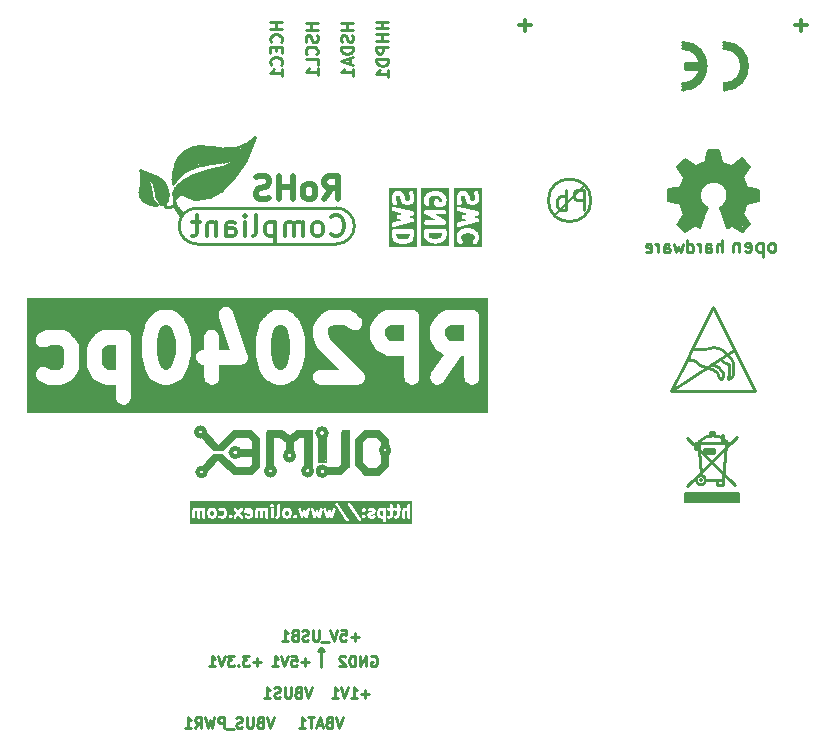
<source format=gbr>
%TF.GenerationSoftware,KiCad,Pcbnew,7.0.9-7.0.9~ubuntu22.04.1*%
%TF.CreationDate,2024-07-19T15:24:13+03:00*%
%TF.ProjectId,RP2040pc_Rev_B,52503230-3430-4706-935f-5265765f422e,B*%
%TF.SameCoordinates,PX68e7780PY7735940*%
%TF.FileFunction,Legend,Bot*%
%TF.FilePolarity,Positive*%
%FSLAX46Y46*%
G04 Gerber Fmt 4.6, Leading zero omitted, Abs format (unit mm)*
G04 Created by KiCad (PCBNEW 7.0.9-7.0.9~ubuntu22.04.1) date 2024-07-19 15:24:13*
%MOMM*%
%LPD*%
G01*
G04 APERTURE LIST*
%ADD10C,0.317500*%
%ADD11C,0.254000*%
%ADD12C,0.381000*%
%ADD13C,1.270000*%
%ADD14C,0.500000*%
%ADD15C,0.350000*%
%ADD16C,0.222250*%
%ADD17C,0.300000*%
%ADD18C,0.200000*%
%ADD19C,0.150000*%
%ADD20C,0.127000*%
%ADD21C,0.370000*%
%ADD22C,0.380000*%
%ADD23C,1.000000*%
%ADD24C,0.400000*%
%ADD25C,0.420000*%
%ADD26C,0.508000*%
%ADD27C,0.700000*%
%ADD28C,0.100000*%
G04 APERTURE END LIST*
D10*
X72368738Y59996744D02*
X71401119Y59996744D01*
X71884928Y59512934D02*
X71884928Y60480553D01*
X49000738Y59996744D02*
X48033119Y59996744D01*
X48516928Y59512934D02*
X48516928Y60480553D01*
D11*
X31478000Y7017000D02*
X31224000Y7271000D01*
X30970000Y7017000D02*
X31478000Y7017000D01*
X31224000Y7271000D02*
X30970000Y7017000D01*
X31224000Y5651750D02*
X31224000Y7271000D01*
D12*
G36*
X44843433Y41274698D02*
G01*
X42503005Y41274698D01*
X42503005Y41972000D01*
X42720719Y41972000D01*
X42727523Y41942189D01*
X42730495Y41911759D01*
X42803066Y41694044D01*
X42803817Y41692807D01*
X42803980Y41691368D01*
X42825786Y41656663D01*
X42847100Y41621597D01*
X42848315Y41620808D01*
X42849086Y41619582D01*
X42921658Y41547010D01*
X42993443Y41501904D01*
X43077691Y41492412D01*
X43157714Y41520413D01*
X43217663Y41580362D01*
X43245664Y41660385D01*
X43236172Y41744633D01*
X43191066Y41816418D01*
X43150292Y41857192D01*
X43101719Y42002913D01*
X43101719Y42086231D01*
X43150292Y42231952D01*
X43241777Y42323437D01*
X43340565Y42372831D01*
X43587813Y42434643D01*
X43758625Y42434643D01*
X44005869Y42372832D01*
X44104660Y42323437D01*
X44196145Y42231952D01*
X44244719Y42086230D01*
X44244719Y42002914D01*
X44196145Y41857192D01*
X44155372Y41816418D01*
X44110266Y41744632D01*
X44100774Y41660385D01*
X44128775Y41580362D01*
X44188724Y41520413D01*
X44268747Y41492412D01*
X44352994Y41501904D01*
X44424780Y41547010D01*
X44497352Y41619582D01*
X44498122Y41620808D01*
X44499338Y41621597D01*
X44520632Y41656633D01*
X44542458Y41691367D01*
X44542620Y41692809D01*
X44543372Y41694045D01*
X44615943Y41911759D01*
X44618914Y41942189D01*
X44625719Y41972000D01*
X44625719Y42117143D01*
X44618914Y42146955D01*
X44615943Y42177384D01*
X44543372Y42395098D01*
X44542620Y42396335D01*
X44542458Y42397776D01*
X44520632Y42432511D01*
X44499338Y42467546D01*
X44498122Y42468336D01*
X44497352Y42469561D01*
X44352209Y42614704D01*
X44326317Y42630973D01*
X44302699Y42650388D01*
X44157556Y42722960D01*
X44137225Y42727919D01*
X44118565Y42737383D01*
X43828279Y42809955D01*
X43804887Y42810437D01*
X43782076Y42815643D01*
X43564362Y42815643D01*
X43541550Y42810437D01*
X43518159Y42809955D01*
X43227873Y42737383D01*
X43209213Y42727920D01*
X43188883Y42722960D01*
X43043739Y42650389D01*
X43020118Y42630972D01*
X42994229Y42614704D01*
X42849086Y42469561D01*
X42848315Y42468336D01*
X42847100Y42467546D01*
X42825786Y42432481D01*
X42803980Y42397775D01*
X42803817Y42396337D01*
X42803066Y42395099D01*
X42730495Y42177384D01*
X42727523Y42146955D01*
X42720719Y42117143D01*
X42720719Y41972000D01*
X42503005Y41972000D01*
X42503005Y43131362D01*
X42720727Y43131362D01*
X42740364Y43048887D01*
X42793841Y42983100D01*
X42870566Y42947030D01*
X42955343Y42947822D01*
X44479343Y43310680D01*
X44513569Y43327559D01*
X44548525Y43342859D01*
X44551408Y43346219D01*
X44555381Y43348177D01*
X44578899Y43378240D01*
X44603750Y43407187D01*
X44604890Y43411465D01*
X44607619Y43414952D01*
X44615764Y43452242D01*
X44625594Y43489105D01*
X44624765Y43493454D01*
X44625711Y43497780D01*
X44616871Y43534906D01*
X44609733Y43572389D01*
X44607099Y43575949D01*
X44606074Y43580255D01*
X44582010Y43609858D01*
X44559307Y43640543D01*
X44555388Y43642609D01*
X44552597Y43646042D01*
X44518073Y43662273D01*
X44484304Y43680068D01*
X44085988Y43786286D01*
X44484304Y43892503D01*
X44518073Y43910299D01*
X44552597Y43926529D01*
X44555388Y43929963D01*
X44559307Y43932028D01*
X44582010Y43962714D01*
X44606074Y43992316D01*
X44607099Y43996623D01*
X44609733Y44000182D01*
X44616871Y44037666D01*
X44625711Y44074791D01*
X44624765Y44079118D01*
X44625594Y44083466D01*
X44615766Y44120321D01*
X44607619Y44157619D01*
X44604889Y44161109D01*
X44603749Y44165384D01*
X44578904Y44194325D01*
X44555381Y44224394D01*
X44551408Y44226353D01*
X44548525Y44229712D01*
X44513569Y44245013D01*
X44479343Y44261891D01*
X42955343Y44624748D01*
X42870566Y44625540D01*
X42793841Y44589470D01*
X42740364Y44523683D01*
X42720727Y44441208D01*
X42738819Y44358380D01*
X42791058Y44291605D01*
X42867095Y44254108D01*
X43656668Y44066115D01*
X43297563Y43970353D01*
X43266012Y43953727D01*
X43233342Y43939426D01*
X43228770Y43934101D01*
X43222560Y43930828D01*
X43201348Y43902159D01*
X43178117Y43875098D01*
X43176308Y43868315D01*
X43172134Y43862673D01*
X43165462Y43827643D01*
X43156273Y43793180D01*
X43157586Y43786285D01*
X43156273Y43779389D01*
X43165462Y43744929D01*
X43172134Y43709896D01*
X43176308Y43704254D01*
X43178117Y43697472D01*
X43201346Y43670414D01*
X43222560Y43641742D01*
X43228770Y43638470D01*
X43233342Y43633144D01*
X43266012Y43618844D01*
X43297563Y43602217D01*
X43656667Y43506456D01*
X42867095Y43318462D01*
X42791057Y43280965D01*
X42738819Y43214190D01*
X42720727Y43131362D01*
X42503005Y43131362D01*
X42503005Y45165143D01*
X42720719Y45165143D01*
X42727523Y45135332D01*
X42730495Y45104902D01*
X42803066Y44887187D01*
X42847100Y44814740D01*
X42918209Y44768573D01*
X43002306Y44757830D01*
X43082736Y44784640D01*
X43143568Y44843692D01*
X43172755Y44923291D01*
X43164514Y45007670D01*
X43101719Y45196056D01*
X43101719Y45483029D01*
X43140353Y45560299D01*
X43169205Y45589151D01*
X43246476Y45627786D01*
X43301676Y45627786D01*
X43378945Y45589152D01*
X43407798Y45560299D01*
X43457192Y45461511D01*
X43524693Y45191511D01*
X43534157Y45172851D01*
X43539116Y45152520D01*
X43611688Y45007377D01*
X43631102Y44983760D01*
X43647373Y44957866D01*
X43719945Y44885295D01*
X43745837Y44869026D01*
X43769454Y44849612D01*
X43914596Y44777040D01*
X43916002Y44776697D01*
X43917135Y44775794D01*
X43957087Y44766676D01*
X43996962Y44756949D01*
X43998380Y44757251D01*
X43999790Y44756929D01*
X44144933Y44756929D01*
X44146344Y44757252D01*
X44147761Y44756950D01*
X44187602Y44766668D01*
X44227588Y44775794D01*
X44228720Y44776697D01*
X44230127Y44777040D01*
X44375270Y44849612D01*
X44398886Y44869026D01*
X44424779Y44885295D01*
X44497351Y44957867D01*
X44513616Y44983754D01*
X44533037Y45007377D01*
X44605608Y45152521D01*
X44605950Y45153927D01*
X44606854Y45155059D01*
X44615974Y45195019D01*
X44625699Y45234886D01*
X44625397Y45236305D01*
X44625719Y45237714D01*
X44625719Y45600571D01*
X44618914Y45630383D01*
X44615943Y45660811D01*
X44543372Y45878527D01*
X44499338Y45950975D01*
X44428230Y45997142D01*
X44344132Y46007884D01*
X44263703Y45981075D01*
X44202870Y45922022D01*
X44173683Y45842424D01*
X44181924Y45758045D01*
X44244719Y45569659D01*
X44244719Y45282685D01*
X44206084Y45205416D01*
X44177231Y45176564D01*
X44099962Y45137929D01*
X44044760Y45137929D01*
X43967492Y45176563D01*
X43938639Y45205416D01*
X43889244Y45304207D01*
X43821745Y45574203D01*
X43812281Y45592863D01*
X43807322Y45613193D01*
X43734751Y45758337D01*
X43715330Y45781961D01*
X43699065Y45807847D01*
X43626493Y45880419D01*
X43600602Y45896687D01*
X43576985Y45916102D01*
X43431843Y45988674D01*
X43430436Y45989018D01*
X43429303Y45989921D01*
X43389310Y45999049D01*
X43349478Y46008765D01*
X43348060Y46008464D01*
X43346648Y46008786D01*
X43201505Y46008786D01*
X43200092Y46008464D01*
X43198676Y46008765D01*
X43158850Y45999051D01*
X43118850Y45989921D01*
X43117716Y45989018D01*
X43116310Y45988674D01*
X42971167Y45916102D01*
X42947549Y45896687D01*
X42921659Y45880419D01*
X42849087Y45807848D01*
X42832816Y45781955D01*
X42813402Y45758337D01*
X42740830Y45613194D01*
X42740486Y45611788D01*
X42739584Y45610655D01*
X42730457Y45570670D01*
X42720740Y45530828D01*
X42721041Y45529412D01*
X42720719Y45528000D01*
X42720719Y45165143D01*
X42503005Y45165143D01*
X42503005Y46226500D01*
X44843433Y46226500D01*
X44843433Y41274698D01*
G37*
G36*
X41494719Y42256914D02*
G01*
X41446145Y42111192D01*
X41354660Y42019707D01*
X41255869Y41970312D01*
X41008625Y41908500D01*
X40837813Y41908500D01*
X40590565Y41970313D01*
X40491777Y42019707D01*
X40400292Y42111192D01*
X40351719Y42256913D01*
X40351719Y42398357D01*
X41494719Y42398357D01*
X41494719Y42256914D01*
G37*
G36*
X42093433Y41309786D02*
G01*
X39753005Y41309786D01*
X39753005Y42226000D01*
X39970719Y42226000D01*
X39977523Y42196189D01*
X39980495Y42165759D01*
X40053066Y41948044D01*
X40053817Y41946807D01*
X40053980Y41945368D01*
X40075786Y41910663D01*
X40097100Y41875597D01*
X40098315Y41874808D01*
X40099086Y41873582D01*
X40244229Y41728439D01*
X40270118Y41712172D01*
X40293739Y41692754D01*
X40438883Y41620183D01*
X40459213Y41615224D01*
X40477873Y41605760D01*
X40768159Y41533188D01*
X40791550Y41532707D01*
X40814362Y41527500D01*
X41032076Y41527500D01*
X41054887Y41532707D01*
X41078279Y41533188D01*
X41368565Y41605760D01*
X41387225Y41615225D01*
X41407556Y41620183D01*
X41552699Y41692755D01*
X41576317Y41712171D01*
X41602209Y41728439D01*
X41747352Y41873582D01*
X41748122Y41874808D01*
X41749338Y41875597D01*
X41770632Y41910633D01*
X41792458Y41945367D01*
X41792620Y41946809D01*
X41793372Y41948045D01*
X41865943Y42165759D01*
X41868914Y42196189D01*
X41875719Y42226000D01*
X41875719Y42588857D01*
X41870943Y42609783D01*
X41870943Y42631247D01*
X41861630Y42650585D01*
X41856854Y42671512D01*
X41843470Y42688295D01*
X41834158Y42707632D01*
X41817376Y42721015D01*
X41803994Y42737796D01*
X41784656Y42747109D01*
X41767874Y42760492D01*
X41746946Y42765269D01*
X41727609Y42774581D01*
X41706145Y42774581D01*
X41685219Y42779357D01*
X40161219Y42779357D01*
X40140293Y42774581D01*
X40118829Y42774581D01*
X40099491Y42765269D01*
X40078564Y42760492D01*
X40061781Y42747109D01*
X40042444Y42737796D01*
X40029061Y42721015D01*
X40012280Y42707632D01*
X40002967Y42688295D01*
X39989584Y42671512D01*
X39984807Y42650585D01*
X39975495Y42631247D01*
X39975495Y42609783D01*
X39970719Y42588857D01*
X39970719Y42226000D01*
X39753005Y42226000D01*
X39753005Y44156197D01*
X39972975Y44156197D01*
X39975495Y44149860D01*
X39975495Y44143038D01*
X39991052Y44110734D01*
X40004300Y44077415D01*
X40009320Y44072798D01*
X40012280Y44066653D01*
X40040317Y44044295D01*
X40066705Y44020028D01*
X40967879Y43505071D01*
X40161219Y43505071D01*
X40078564Y43486206D01*
X40012280Y43433346D01*
X39975495Y43356961D01*
X39975495Y43272181D01*
X40012280Y43195796D01*
X40078564Y43142936D01*
X40161219Y43124071D01*
X41685219Y43124071D01*
X41720174Y43132050D01*
X41755606Y43137551D01*
X41761224Y43141419D01*
X41767874Y43142936D01*
X41795903Y43165289D01*
X41825442Y43185621D01*
X41828826Y43191545D01*
X41834158Y43195796D01*
X41849712Y43228095D01*
X41867504Y43259231D01*
X41867983Y43266036D01*
X41870943Y43272181D01*
X41870943Y43308038D01*
X41873463Y43343802D01*
X41870943Y43350140D01*
X41870943Y43356961D01*
X41855387Y43389262D01*
X41842139Y43422583D01*
X41837117Y43427202D01*
X41834158Y43433346D01*
X41806124Y43455702D01*
X41779734Y43479971D01*
X40878559Y43994928D01*
X41685219Y43994928D01*
X41767874Y44013793D01*
X41834158Y44066653D01*
X41870943Y44143038D01*
X41870943Y44227818D01*
X41834158Y44304203D01*
X41767874Y44357063D01*
X41685219Y44375928D01*
X40161219Y44375928D01*
X40126262Y44367950D01*
X40090833Y44362448D01*
X40085215Y44358582D01*
X40078564Y44357063D01*
X40050528Y44334706D01*
X40020997Y44314378D01*
X40017612Y44308456D01*
X40012280Y44304203D01*
X39996723Y44271900D01*
X39978934Y44240768D01*
X39978454Y44233964D01*
X39975495Y44227818D01*
X39975495Y44191962D01*
X39972975Y44156197D01*
X39753005Y44156197D01*
X39753005Y45056285D01*
X39970719Y45056285D01*
X39971041Y45054873D01*
X39970740Y45053456D01*
X39980452Y45013639D01*
X39989584Y44973630D01*
X39990488Y44972497D01*
X39990831Y44971091D01*
X40063402Y44825949D01*
X40117240Y44760456D01*
X40194162Y44724810D01*
X40278934Y44726069D01*
X40354763Y44763984D01*
X40406633Y44831045D01*
X40424270Y44913971D01*
X40404179Y44996337D01*
X40351719Y45101256D01*
X40351719Y45243088D01*
X40400292Y45388809D01*
X40491777Y45480294D01*
X40590565Y45529688D01*
X40837813Y45591500D01*
X41008625Y45591500D01*
X41255869Y45529689D01*
X41354660Y45480294D01*
X41446145Y45388809D01*
X41494719Y45243087D01*
X41494719Y45159771D01*
X41451153Y45029071D01*
X41222576Y45029071D01*
X41222576Y45128857D01*
X41203711Y45211512D01*
X41150851Y45277796D01*
X41074466Y45314581D01*
X40989686Y45314581D01*
X40913301Y45277796D01*
X40860441Y45211512D01*
X40841576Y45128857D01*
X40841576Y44838571D01*
X40846352Y44817646D01*
X40846352Y44796181D01*
X40855664Y44776844D01*
X40860441Y44755916D01*
X40873824Y44739134D01*
X40883137Y44719796D01*
X40899918Y44706414D01*
X40913301Y44689632D01*
X40932638Y44680320D01*
X40949421Y44666936D01*
X40970348Y44662160D01*
X40989686Y44652847D01*
X41011150Y44652847D01*
X41032076Y44648071D01*
X41540076Y44648071D01*
X41571235Y44655183D01*
X41602994Y44658761D01*
X41612167Y44664525D01*
X41622731Y44666936D01*
X41647719Y44686864D01*
X41674780Y44703867D01*
X41747352Y44776439D01*
X41748122Y44777665D01*
X41749338Y44778454D01*
X41770632Y44813490D01*
X41792458Y44848224D01*
X41792620Y44849666D01*
X41793372Y44850902D01*
X41865943Y45068616D01*
X41868914Y45099046D01*
X41875719Y45128857D01*
X41875719Y45274000D01*
X41868914Y45303812D01*
X41865943Y45334241D01*
X41793372Y45551955D01*
X41792620Y45553192D01*
X41792458Y45554633D01*
X41770632Y45589368D01*
X41749338Y45624403D01*
X41748122Y45625193D01*
X41747352Y45626418D01*
X41602209Y45771561D01*
X41576317Y45787830D01*
X41552699Y45807245D01*
X41407556Y45879817D01*
X41387225Y45884776D01*
X41368565Y45894240D01*
X41078279Y45966812D01*
X41054887Y45967294D01*
X41032076Y45972500D01*
X40814362Y45972500D01*
X40791550Y45967294D01*
X40768159Y45966812D01*
X40477873Y45894240D01*
X40459213Y45884777D01*
X40438883Y45879817D01*
X40293739Y45807246D01*
X40270118Y45787829D01*
X40244229Y45771561D01*
X40099086Y45626418D01*
X40098315Y45625193D01*
X40097100Y45624403D01*
X40075786Y45589338D01*
X40053980Y45554632D01*
X40053817Y45553194D01*
X40053066Y45551956D01*
X39980495Y45334241D01*
X39977523Y45303812D01*
X39970719Y45274000D01*
X39970719Y45056285D01*
X39753005Y45056285D01*
X39753005Y46190214D01*
X42093433Y46190214D01*
X42093433Y41309786D01*
G37*
G36*
X38744719Y42220628D02*
G01*
X38696145Y42074906D01*
X38604660Y41983421D01*
X38505869Y41934026D01*
X38258625Y41872214D01*
X38087813Y41872214D01*
X37840565Y41934027D01*
X37741777Y41983421D01*
X37650292Y42074906D01*
X37601719Y42220627D01*
X37601719Y42362071D01*
X38744719Y42362071D01*
X38744719Y42220628D01*
G37*
G36*
X39343433Y41273500D02*
G01*
X37003005Y41273500D01*
X37003005Y42189714D01*
X37220719Y42189714D01*
X37227523Y42159903D01*
X37230495Y42129473D01*
X37303066Y41911758D01*
X37303817Y41910521D01*
X37303980Y41909082D01*
X37325786Y41874377D01*
X37347100Y41839311D01*
X37348315Y41838522D01*
X37349086Y41837296D01*
X37494229Y41692153D01*
X37520118Y41675886D01*
X37543739Y41656468D01*
X37688883Y41583897D01*
X37709213Y41578938D01*
X37727873Y41569474D01*
X38018159Y41496902D01*
X38041550Y41496421D01*
X38064362Y41491214D01*
X38282076Y41491214D01*
X38304887Y41496421D01*
X38328279Y41496902D01*
X38618565Y41569474D01*
X38637225Y41578939D01*
X38657556Y41583897D01*
X38802699Y41656469D01*
X38826317Y41675885D01*
X38852209Y41692153D01*
X38997352Y41837296D01*
X38998122Y41838522D01*
X38999338Y41839311D01*
X39020632Y41874347D01*
X39042458Y41909081D01*
X39042620Y41910523D01*
X39043372Y41911759D01*
X39115943Y42129473D01*
X39118914Y42159903D01*
X39125719Y42189714D01*
X39125719Y42552571D01*
X39120943Y42573497D01*
X39120943Y42594961D01*
X39111630Y42614299D01*
X39106854Y42635226D01*
X39093470Y42652009D01*
X39084158Y42671346D01*
X39067376Y42684729D01*
X39053994Y42701510D01*
X39034656Y42710823D01*
X39017874Y42724206D01*
X38996946Y42728983D01*
X38977609Y42738295D01*
X38956145Y42738295D01*
X38935219Y42743071D01*
X37411219Y42743071D01*
X37390293Y42738295D01*
X37368829Y42738295D01*
X37349491Y42728983D01*
X37328564Y42724206D01*
X37311781Y42710823D01*
X37292444Y42701510D01*
X37279061Y42684729D01*
X37262280Y42671346D01*
X37252967Y42652009D01*
X37239584Y42635226D01*
X37234807Y42614299D01*
X37225495Y42594961D01*
X37225495Y42573497D01*
X37220719Y42552571D01*
X37220719Y42189714D01*
X37003005Y42189714D01*
X37003005Y43131362D01*
X37220727Y43131362D01*
X37240364Y43048887D01*
X37293841Y42983100D01*
X37370566Y42947030D01*
X37455343Y42947822D01*
X38979343Y43310680D01*
X39013569Y43327559D01*
X39048525Y43342859D01*
X39051408Y43346219D01*
X39055381Y43348177D01*
X39078899Y43378240D01*
X39103750Y43407187D01*
X39104890Y43411465D01*
X39107619Y43414952D01*
X39115764Y43452242D01*
X39125594Y43489105D01*
X39124765Y43493454D01*
X39125711Y43497780D01*
X39116871Y43534906D01*
X39109733Y43572389D01*
X39107099Y43575949D01*
X39106074Y43580255D01*
X39082010Y43609858D01*
X39059307Y43640543D01*
X39055388Y43642609D01*
X39052597Y43646042D01*
X39018073Y43662273D01*
X38984304Y43680068D01*
X38585988Y43786286D01*
X38984304Y43892503D01*
X39018073Y43910299D01*
X39052597Y43926529D01*
X39055388Y43929963D01*
X39059307Y43932028D01*
X39082010Y43962714D01*
X39106074Y43992316D01*
X39107099Y43996623D01*
X39109733Y44000182D01*
X39116871Y44037666D01*
X39125711Y44074791D01*
X39124765Y44079118D01*
X39125594Y44083466D01*
X39115766Y44120321D01*
X39107619Y44157619D01*
X39104889Y44161109D01*
X39103749Y44165384D01*
X39078904Y44194325D01*
X39055381Y44224394D01*
X39051408Y44226353D01*
X39048525Y44229712D01*
X39013569Y44245013D01*
X38979343Y44261891D01*
X37455343Y44624748D01*
X37370566Y44625540D01*
X37293841Y44589470D01*
X37240364Y44523683D01*
X37220727Y44441208D01*
X37238819Y44358380D01*
X37291058Y44291605D01*
X37367095Y44254108D01*
X38156668Y44066115D01*
X37797563Y43970353D01*
X37766012Y43953727D01*
X37733342Y43939426D01*
X37728770Y43934101D01*
X37722560Y43930828D01*
X37701348Y43902159D01*
X37678117Y43875098D01*
X37676308Y43868315D01*
X37672134Y43862673D01*
X37665462Y43827643D01*
X37656273Y43793180D01*
X37657586Y43786285D01*
X37656273Y43779389D01*
X37665462Y43744929D01*
X37672134Y43709896D01*
X37676308Y43704254D01*
X37678117Y43697472D01*
X37701346Y43670414D01*
X37722560Y43641742D01*
X37728770Y43638470D01*
X37733342Y43633144D01*
X37766012Y43618844D01*
X37797563Y43602217D01*
X38156667Y43506456D01*
X37367095Y43318462D01*
X37291057Y43280965D01*
X37238819Y43214190D01*
X37220727Y43131362D01*
X37003005Y43131362D01*
X37003005Y45165143D01*
X37220719Y45165143D01*
X37227523Y45135332D01*
X37230495Y45104902D01*
X37303066Y44887187D01*
X37347100Y44814740D01*
X37418209Y44768573D01*
X37502306Y44757830D01*
X37582736Y44784640D01*
X37643568Y44843692D01*
X37672755Y44923291D01*
X37664514Y45007670D01*
X37601719Y45196056D01*
X37601719Y45483029D01*
X37640353Y45560299D01*
X37669205Y45589151D01*
X37746476Y45627786D01*
X37801676Y45627786D01*
X37878945Y45589152D01*
X37907798Y45560299D01*
X37957192Y45461511D01*
X38024693Y45191511D01*
X38034157Y45172851D01*
X38039116Y45152520D01*
X38111688Y45007377D01*
X38131102Y44983760D01*
X38147373Y44957866D01*
X38219945Y44885295D01*
X38245837Y44869026D01*
X38269454Y44849612D01*
X38414596Y44777040D01*
X38416002Y44776697D01*
X38417135Y44775794D01*
X38457087Y44766676D01*
X38496962Y44756949D01*
X38498380Y44757251D01*
X38499790Y44756929D01*
X38644933Y44756929D01*
X38646344Y44757252D01*
X38647761Y44756950D01*
X38687602Y44766668D01*
X38727588Y44775794D01*
X38728720Y44776697D01*
X38730127Y44777040D01*
X38875270Y44849612D01*
X38898886Y44869026D01*
X38924779Y44885295D01*
X38997351Y44957867D01*
X39013616Y44983754D01*
X39033037Y45007377D01*
X39105608Y45152521D01*
X39105950Y45153927D01*
X39106854Y45155059D01*
X39115974Y45195019D01*
X39125699Y45234886D01*
X39125397Y45236305D01*
X39125719Y45237714D01*
X39125719Y45600571D01*
X39118914Y45630383D01*
X39115943Y45660811D01*
X39043372Y45878527D01*
X38999338Y45950975D01*
X38928230Y45997142D01*
X38844132Y46007884D01*
X38763703Y45981075D01*
X38702870Y45922022D01*
X38673683Y45842424D01*
X38681924Y45758045D01*
X38744719Y45569659D01*
X38744719Y45282685D01*
X38706084Y45205416D01*
X38677231Y45176564D01*
X38599962Y45137929D01*
X38544760Y45137929D01*
X38467492Y45176563D01*
X38438639Y45205416D01*
X38389244Y45304207D01*
X38321745Y45574203D01*
X38312281Y45592863D01*
X38307322Y45613193D01*
X38234751Y45758337D01*
X38215330Y45781961D01*
X38199065Y45807847D01*
X38126493Y45880419D01*
X38100602Y45896687D01*
X38076985Y45916102D01*
X37931843Y45988674D01*
X37930436Y45989018D01*
X37929303Y45989921D01*
X37889310Y45999049D01*
X37849478Y46008765D01*
X37848060Y46008464D01*
X37846648Y46008786D01*
X37701505Y46008786D01*
X37700092Y46008464D01*
X37698676Y46008765D01*
X37658850Y45999051D01*
X37618850Y45989921D01*
X37617716Y45989018D01*
X37616310Y45988674D01*
X37471167Y45916102D01*
X37447549Y45896687D01*
X37421659Y45880419D01*
X37349087Y45807848D01*
X37332816Y45781955D01*
X37313402Y45758337D01*
X37240830Y45613194D01*
X37240486Y45611788D01*
X37239584Y45610655D01*
X37230457Y45570670D01*
X37220740Y45530828D01*
X37221041Y45529412D01*
X37220719Y45528000D01*
X37220719Y45165143D01*
X37003005Y45165143D01*
X37003005Y46226500D01*
X39343433Y46226500D01*
X39343433Y41273500D01*
G37*
D13*
G36*
X13874524Y30850936D02*
G01*
X13207997Y30850936D01*
X12950434Y30979718D01*
X12854258Y31075894D01*
X12725476Y31333458D01*
X12725476Y32485080D01*
X12854258Y32742644D01*
X12950434Y32838821D01*
X13207997Y32967602D01*
X13874524Y32967602D01*
X13874524Y30850936D01*
G37*
G36*
X18487659Y34532155D02*
G01*
X18583837Y34435977D01*
X18748483Y34106685D01*
X18954523Y33282525D01*
X18954523Y32229348D01*
X18748483Y31405187D01*
X18583837Y31075894D01*
X18487661Y30979719D01*
X18230096Y30850936D01*
X18046092Y30850936D01*
X17788529Y30979718D01*
X17692353Y31075894D01*
X17527704Y31405192D01*
X17321666Y32229345D01*
X17321666Y33282528D01*
X17527704Y34106681D01*
X17692352Y34435977D01*
X17788530Y34532155D01*
X18046093Y34660936D01*
X18230097Y34660936D01*
X18487659Y34532155D01*
G37*
G36*
X28163849Y34532155D02*
G01*
X28260027Y34435977D01*
X28424673Y34106685D01*
X28630713Y33282525D01*
X28630713Y32229348D01*
X28424673Y31405187D01*
X28260027Y31075894D01*
X28163851Y30979719D01*
X27906286Y30850936D01*
X27722282Y30850936D01*
X27464719Y30979718D01*
X27368543Y31075894D01*
X27203894Y31405192D01*
X26997856Y32229345D01*
X26997856Y33282528D01*
X27203894Y34106681D01*
X27368542Y34435977D01*
X27464720Y34532155D01*
X27722283Y34660936D01*
X27906287Y34660936D01*
X28163849Y34532155D01*
G37*
G36*
X38306904Y33269983D02*
G01*
X37156569Y33269983D01*
X36899005Y33398765D01*
X36802829Y33494941D01*
X36674047Y33752506D01*
X36674047Y34178414D01*
X36802829Y34435979D01*
X36899005Y34532154D01*
X37156569Y34660936D01*
X38306904Y34660936D01*
X38306904Y33269983D01*
G37*
G36*
X43386904Y33269983D02*
G01*
X42236569Y33269983D01*
X41979005Y33398765D01*
X41882829Y33494941D01*
X41754047Y33752506D01*
X41754047Y34178414D01*
X41882829Y34435979D01*
X41979005Y34532154D01*
X42236569Y34660936D01*
X43386904Y34660936D01*
X43386904Y33269983D01*
G37*
G36*
X45382618Y27163141D02*
G01*
X6375657Y27163141D01*
X6375657Y30472966D01*
X7101371Y30472966D01*
X7117553Y30314618D01*
X7172606Y30165269D01*
X7263072Y30034303D01*
X7383265Y29929949D01*
X7452211Y29889878D01*
X7936020Y29647974D01*
X7962058Y29638823D01*
X7986241Y29625528D01*
X8036870Y29612529D01*
X8086188Y29595195D01*
X8113682Y29592807D01*
X8140413Y29585943D01*
X8220000Y29580936D01*
X9187619Y29580936D01*
X9215000Y29584396D01*
X9242576Y29583319D01*
X9293678Y29594335D01*
X9345537Y29600886D01*
X9371192Y29611044D01*
X9398175Y29616860D01*
X9471599Y29647974D01*
X9955409Y29889878D01*
X10007099Y29924437D01*
X10060625Y29956091D01*
X10080012Y29973184D01*
X10087733Y29978345D01*
X10094720Y29986151D01*
X10120442Y30008827D01*
X10362347Y30250732D01*
X10400458Y30299866D01*
X10441225Y30346820D01*
X10454210Y30369164D01*
X10459905Y30376504D01*
X10464066Y30386121D01*
X10481296Y30415765D01*
X10723200Y30899576D01*
X10732350Y30925612D01*
X10745646Y30949796D01*
X10758646Y31000430D01*
X10775979Y31049744D01*
X10778367Y31077237D01*
X10785231Y31103968D01*
X10790238Y31183555D01*
X11455476Y31183555D01*
X11458935Y31156174D01*
X11457859Y31128597D01*
X11468874Y31077498D01*
X11475426Y31025637D01*
X11485585Y30999978D01*
X11491401Y30972998D01*
X11522515Y30899574D01*
X11764420Y30415764D01*
X11798974Y30364079D01*
X11830632Y30310549D01*
X11847725Y30291161D01*
X11852887Y30283440D01*
X11860691Y30276454D01*
X11883368Y30250732D01*
X12125273Y30008827D01*
X12174401Y29970720D01*
X12221360Y29929949D01*
X12243706Y29916962D01*
X12251045Y29911269D01*
X12260659Y29907109D01*
X12290306Y29889878D01*
X12774115Y29647974D01*
X12800153Y29638823D01*
X12824336Y29625528D01*
X12874965Y29612529D01*
X12924283Y29595195D01*
X12951777Y29592807D01*
X12978508Y29585943D01*
X13058095Y29580936D01*
X13874524Y29580936D01*
X13874524Y28522602D01*
X13894474Y28364684D01*
X13953069Y28216688D01*
X14046629Y28087915D01*
X14169274Y27986454D01*
X14313298Y27918681D01*
X14469652Y27888855D01*
X14628511Y27898850D01*
X14779894Y27948037D01*
X14914288Y28033326D01*
X15023250Y28149358D01*
X15099932Y28288843D01*
X15139517Y28443015D01*
X15144524Y28522602D01*
X15144524Y32151174D01*
X16051666Y32151174D01*
X16056421Y32113535D01*
X16056180Y32075589D01*
X16070626Y31997164D01*
X16312531Y31029545D01*
X16323255Y31001948D01*
X16329496Y30972998D01*
X16360610Y30899574D01*
X16602515Y30415764D01*
X16637069Y30364079D01*
X16668727Y30310549D01*
X16685820Y30291161D01*
X16690982Y30283440D01*
X16698786Y30276454D01*
X16721463Y30250732D01*
X16963368Y30008827D01*
X17012496Y29970720D01*
X17059455Y29929949D01*
X17081801Y29916962D01*
X17089140Y29911269D01*
X17098754Y29907109D01*
X17128401Y29889878D01*
X17612210Y29647974D01*
X17638248Y29638823D01*
X17662431Y29625528D01*
X17713060Y29612529D01*
X17762378Y29595195D01*
X17789872Y29592807D01*
X17816603Y29585943D01*
X17896190Y29580936D01*
X18380000Y29580936D01*
X18407381Y29584396D01*
X18434958Y29583319D01*
X18486057Y29594335D01*
X18537918Y29600886D01*
X18563578Y29611046D01*
X18590556Y29616861D01*
X18663980Y29647974D01*
X19147789Y29889879D01*
X19199475Y29924434D01*
X19253005Y29956091D01*
X19272389Y29973181D01*
X19280114Y29978345D01*
X19287104Y29986155D01*
X19312822Y30008827D01*
X19554727Y30250732D01*
X19592839Y30299868D01*
X19633604Y30346819D01*
X19646589Y30369161D01*
X19652285Y30376504D01*
X19656447Y30386123D01*
X19673675Y30415764D01*
X19915580Y30899574D01*
X19925399Y30927512D01*
X19939499Y30953549D01*
X19963660Y31029545D01*
X20193558Y31949141D01*
X20649110Y31949141D01*
X20659105Y31790282D01*
X20708292Y31638899D01*
X20793581Y31504505D01*
X20909613Y31395543D01*
X21049098Y31318861D01*
X21203270Y31279276D01*
X21282857Y31274269D01*
X21373571Y31274269D01*
X21373571Y30215936D01*
X21393521Y30058018D01*
X21452116Y29910022D01*
X21545676Y29781249D01*
X21668321Y29679788D01*
X21812345Y29612015D01*
X21968699Y29582189D01*
X22127558Y29592184D01*
X22278941Y29641371D01*
X22413335Y29726660D01*
X22522297Y29842692D01*
X22598979Y29982177D01*
X22638564Y30136349D01*
X22643571Y30215936D01*
X22643571Y31274269D01*
X24427618Y31274269D01*
X24430029Y31274574D01*
X24432438Y31274288D01*
X24508865Y31284534D01*
X24585536Y31294219D01*
X24587795Y31295114D01*
X24590200Y31295436D01*
X24661646Y31324354D01*
X24733532Y31352814D01*
X24735500Y31354245D01*
X24737746Y31355153D01*
X24799762Y31400934D01*
X24862305Y31446374D01*
X24863853Y31448247D01*
X24865807Y31449688D01*
X24914536Y31509511D01*
X24963766Y31569019D01*
X24964800Y31571218D01*
X24966333Y31573099D01*
X24998652Y31643157D01*
X25031539Y31713043D01*
X25031994Y31715429D01*
X25033011Y31717633D01*
X25046893Y31793534D01*
X25061365Y31869397D01*
X25061212Y31871823D01*
X25061649Y31874209D01*
X25056217Y31951203D01*
X25051370Y32028256D01*
X25050619Y32030565D01*
X25050449Y32032988D01*
X25030032Y32110074D01*
X25016332Y32151174D01*
X25727856Y32151174D01*
X25732611Y32113535D01*
X25732370Y32075589D01*
X25746816Y31997164D01*
X25988721Y31029545D01*
X25999445Y31001948D01*
X26005686Y30972998D01*
X26036800Y30899574D01*
X26278705Y30415764D01*
X26313259Y30364079D01*
X26344917Y30310549D01*
X26362010Y30291161D01*
X26367172Y30283440D01*
X26374976Y30276454D01*
X26397653Y30250732D01*
X26639558Y30008827D01*
X26688686Y29970720D01*
X26735645Y29929949D01*
X26757991Y29916962D01*
X26765330Y29911269D01*
X26774944Y29907109D01*
X26804591Y29889878D01*
X27288400Y29647974D01*
X27314438Y29638823D01*
X27338621Y29625528D01*
X27389250Y29612529D01*
X27438568Y29595195D01*
X27466062Y29592807D01*
X27492793Y29585943D01*
X27572380Y29580936D01*
X28056190Y29580936D01*
X28083571Y29584396D01*
X28111148Y29583319D01*
X28162247Y29594335D01*
X28214108Y29600886D01*
X28239768Y29611046D01*
X28266746Y29616861D01*
X28340170Y29647974D01*
X28823979Y29889879D01*
X28875665Y29924434D01*
X28929195Y29956091D01*
X28948579Y29973181D01*
X28956304Y29978345D01*
X28963294Y29986155D01*
X28989012Y30008827D01*
X29230917Y30250732D01*
X29269029Y30299868D01*
X29309794Y30346819D01*
X29322779Y30369161D01*
X29328475Y30376504D01*
X29332637Y30386123D01*
X29349865Y30415764D01*
X29591770Y30899574D01*
X29601589Y30927512D01*
X29615689Y30953549D01*
X29639850Y31029545D01*
X29881754Y31997165D01*
X29886270Y32034838D01*
X29895706Y32071587D01*
X29900713Y32151174D01*
X29900713Y33360698D01*
X29895957Y33398338D01*
X29896199Y33436282D01*
X29881754Y33514707D01*
X29799304Y33844507D01*
X30565951Y33844507D01*
X30573744Y33782814D01*
X30578120Y33720788D01*
X30584736Y33695807D01*
X30585901Y33686589D01*
X30589758Y33676846D01*
X30598537Y33643702D01*
X30840442Y32917988D01*
X30852382Y32893107D01*
X30860082Y32866604D01*
X30886694Y32821605D01*
X30909307Y32774483D01*
X30927055Y32753358D01*
X30941107Y32729597D01*
X30993843Y32669780D01*
X32812687Y30850936D01*
X31200951Y30850936D01*
X31043033Y30830986D01*
X30895037Y30772391D01*
X30766264Y30678831D01*
X30664803Y30556186D01*
X30597030Y30412162D01*
X30567204Y30255808D01*
X30577199Y30096949D01*
X30626386Y29945566D01*
X30711675Y29811172D01*
X30827707Y29702210D01*
X30967192Y29625528D01*
X31121364Y29585943D01*
X31200951Y29580936D01*
X34345713Y29580936D01*
X34414847Y29589670D01*
X34484234Y29596229D01*
X34493676Y29599629D01*
X34503631Y29600886D01*
X34568414Y29626536D01*
X34633997Y29650146D01*
X34642298Y29655788D01*
X34651627Y29659481D01*
X34707996Y29700437D01*
X34765646Y29739615D01*
X34772283Y29747145D01*
X34780400Y29753041D01*
X34824814Y29806730D01*
X34870909Y29859013D01*
X34875464Y29867955D01*
X34881861Y29875686D01*
X34911534Y29938745D01*
X34943172Y30000837D01*
X34945360Y30010630D01*
X34949634Y30019710D01*
X34962692Y30088168D01*
X34977895Y30156177D01*
X34977579Y30166208D01*
X34979460Y30176064D01*
X34975085Y30245593D01*
X34972896Y30315272D01*
X34970094Y30324914D01*
X34969465Y30334923D01*
X34947935Y30401184D01*
X34928487Y30468125D01*
X34923378Y30476763D01*
X34920278Y30486306D01*
X34882941Y30545140D01*
X34847462Y30605132D01*
X34838205Y30615631D01*
X34834989Y30620700D01*
X34827713Y30627533D01*
X34794726Y30664949D01*
X31997866Y33461809D01*
X31950935Y33602602D01*
X35404047Y33602602D01*
X35407506Y33575221D01*
X35406430Y33547644D01*
X35417445Y33496545D01*
X35423997Y33444684D01*
X35434156Y33419024D01*
X35439972Y33392046D01*
X35471085Y33318622D01*
X35712990Y32834813D01*
X35747544Y32783127D01*
X35779202Y32729597D01*
X35796291Y32710213D01*
X35801456Y32702488D01*
X35809265Y32695498D01*
X35831938Y32669780D01*
X36073843Y32427875D01*
X36122978Y32389763D01*
X36169930Y32348998D01*
X36192271Y32336013D01*
X36199615Y32330317D01*
X36209233Y32326155D01*
X36238875Y32308927D01*
X36722685Y32067022D01*
X36748722Y32057871D01*
X36772907Y32044575D01*
X36823536Y32031576D01*
X36872853Y32014242D01*
X36900347Y32011854D01*
X36927079Y32004990D01*
X37006666Y31999983D01*
X38306904Y31999983D01*
X38306904Y30215936D01*
X38326854Y30058018D01*
X38385449Y29910022D01*
X38479009Y29781249D01*
X38601654Y29679788D01*
X38745678Y29612015D01*
X38902032Y29582189D01*
X39060891Y29592184D01*
X39212274Y29641371D01*
X39346668Y29726660D01*
X39455630Y29842692D01*
X39532312Y29982177D01*
X39571897Y30136349D01*
X39576904Y30215936D01*
X39576904Y33602602D01*
X40484047Y33602602D01*
X40487506Y33575221D01*
X40486430Y33547644D01*
X40497445Y33496545D01*
X40503997Y33444684D01*
X40514156Y33419024D01*
X40519972Y33392046D01*
X40551085Y33318622D01*
X40792990Y32834813D01*
X40827544Y32783127D01*
X40859202Y32729597D01*
X40876291Y32710213D01*
X40881456Y32702488D01*
X40889265Y32695498D01*
X40911938Y32669780D01*
X41153843Y32427875D01*
X41202978Y32389763D01*
X41249930Y32348998D01*
X41272271Y32336013D01*
X41279615Y32330317D01*
X41289233Y32326155D01*
X41318875Y32308927D01*
X41681949Y32127390D01*
X40598835Y30580085D01*
X40524618Y30439273D01*
X40487751Y30284427D01*
X40490552Y30125279D01*
X40532843Y29971827D01*
X40611966Y29833713D01*
X40722953Y29719615D01*
X40858827Y29636704D01*
X41011051Y29590187D01*
X41170061Y29582989D01*
X41325866Y29615560D01*
X41468676Y29685856D01*
X41589517Y29789459D01*
X41639259Y29851787D01*
X43142996Y31999983D01*
X43386904Y31999983D01*
X43386904Y30215936D01*
X43406854Y30058018D01*
X43465449Y29910022D01*
X43559009Y29781249D01*
X43681654Y29679788D01*
X43825678Y29612015D01*
X43982032Y29582189D01*
X44140891Y29592184D01*
X44292274Y29641371D01*
X44426668Y29726660D01*
X44535630Y29842692D01*
X44612312Y29982177D01*
X44651897Y30136349D01*
X44656904Y30215936D01*
X44656904Y35295936D01*
X44649410Y35355255D01*
X44645656Y35414923D01*
X44639465Y35433977D01*
X44636954Y35453854D01*
X44614943Y35509447D01*
X44596469Y35566306D01*
X44585735Y35583221D01*
X44578359Y35601850D01*
X44543214Y35650223D01*
X44511180Y35700700D01*
X44496574Y35714416D01*
X44484799Y35730623D01*
X44438737Y35768729D01*
X44395148Y35809662D01*
X44377588Y35819316D01*
X44362154Y35832084D01*
X44308057Y35857540D01*
X44255663Y35886344D01*
X44236258Y35891327D01*
X44218130Y35899857D01*
X44159400Y35911061D01*
X44101491Y35925929D01*
X44071595Y35927810D01*
X44061776Y35929683D01*
X44051798Y35929056D01*
X44021904Y35930936D01*
X42086666Y35930936D01*
X42059284Y35927477D01*
X42031708Y35928553D01*
X41980608Y35917538D01*
X41928748Y35910986D01*
X41903088Y35900827D01*
X41876109Y35895011D01*
X41802685Y35863897D01*
X41318875Y35621992D01*
X41267189Y35587438D01*
X41213660Y35555780D01*
X41194271Y35538687D01*
X41186551Y35533525D01*
X41179564Y35525721D01*
X41153843Y35503044D01*
X40911938Y35261139D01*
X40873830Y35212011D01*
X40833060Y35165052D01*
X40820073Y35142708D01*
X40814380Y35135367D01*
X40810217Y35125749D01*
X40792990Y35096106D01*
X40551085Y34612297D01*
X40541933Y34586259D01*
X40528639Y34562076D01*
X40515639Y34511447D01*
X40498306Y34462129D01*
X40495917Y34434636D01*
X40489054Y34407904D01*
X40484047Y34328317D01*
X40484047Y33602602D01*
X39576904Y33602602D01*
X39576904Y35295936D01*
X39569410Y35355255D01*
X39565656Y35414923D01*
X39559465Y35433977D01*
X39556954Y35453854D01*
X39534943Y35509447D01*
X39516469Y35566306D01*
X39505735Y35583221D01*
X39498359Y35601850D01*
X39463214Y35650223D01*
X39431180Y35700700D01*
X39416574Y35714416D01*
X39404799Y35730623D01*
X39358737Y35768729D01*
X39315148Y35809662D01*
X39297588Y35819316D01*
X39282154Y35832084D01*
X39228057Y35857540D01*
X39175663Y35886344D01*
X39156258Y35891327D01*
X39138130Y35899857D01*
X39079400Y35911061D01*
X39021491Y35925929D01*
X38991595Y35927810D01*
X38981776Y35929683D01*
X38971798Y35929056D01*
X38941904Y35930936D01*
X37006666Y35930936D01*
X36979284Y35927477D01*
X36951708Y35928553D01*
X36900608Y35917538D01*
X36848748Y35910986D01*
X36823088Y35900827D01*
X36796109Y35895011D01*
X36722685Y35863897D01*
X36238875Y35621992D01*
X36187189Y35587438D01*
X36133660Y35555780D01*
X36114271Y35538687D01*
X36106551Y35533525D01*
X36099564Y35525721D01*
X36073843Y35503044D01*
X35831938Y35261139D01*
X35793830Y35212011D01*
X35753060Y35165052D01*
X35740073Y35142708D01*
X35734380Y35135367D01*
X35730217Y35125749D01*
X35712990Y35096106D01*
X35471085Y34612297D01*
X35461933Y34586259D01*
X35448639Y34562076D01*
X35435639Y34511447D01*
X35418306Y34462129D01*
X35415917Y34434636D01*
X35409054Y34407904D01*
X35404047Y34328317D01*
X35404047Y33602602D01*
X31950935Y33602602D01*
X31835951Y33947555D01*
X31835951Y34178414D01*
X31964732Y34435977D01*
X32060910Y34532155D01*
X32318473Y34660936D01*
X33228191Y34660936D01*
X33485755Y34532154D01*
X33654795Y34363114D01*
X33780566Y34265555D01*
X33926648Y34202339D01*
X34083861Y34177439D01*
X34242328Y34192418D01*
X34392091Y34246336D01*
X34523740Y34335804D01*
X34629003Y34455202D01*
X34701267Y34597026D01*
X34735990Y34752365D01*
X34730991Y34911460D01*
X34686583Y35064313D01*
X34605558Y35201321D01*
X34552822Y35261138D01*
X34310918Y35503043D01*
X34261784Y35541155D01*
X34214830Y35581921D01*
X34192486Y35594907D01*
X34185146Y35600601D01*
X34175529Y35604763D01*
X34145885Y35621992D01*
X33662075Y35863897D01*
X33636037Y35873049D01*
X33611853Y35886344D01*
X33561223Y35899344D01*
X33511907Y35916677D01*
X33484412Y35919066D01*
X33457681Y35925929D01*
X33378094Y35930936D01*
X32168570Y35930936D01*
X32141188Y35927477D01*
X32113611Y35928553D01*
X32062510Y35917538D01*
X32010652Y35910986D01*
X31984993Y35900828D01*
X31958013Y35895011D01*
X31884589Y35863897D01*
X31400780Y35621992D01*
X31349094Y35587438D01*
X31295565Y35555780D01*
X31276176Y35538687D01*
X31268456Y35533525D01*
X31261469Y35525721D01*
X31235748Y35503044D01*
X30993843Y35261139D01*
X30955731Y35212006D01*
X30914966Y35165053D01*
X30901979Y35142709D01*
X30896285Y35135367D01*
X30892123Y35125750D01*
X30874895Y35096107D01*
X30632990Y34612298D01*
X30623839Y34586262D01*
X30610543Y34562076D01*
X30597541Y34511440D01*
X30580211Y34462130D01*
X30577822Y34434640D01*
X30570958Y34407904D01*
X30565951Y34328317D01*
X30565951Y33844507D01*
X29799304Y33844507D01*
X29639850Y34482327D01*
X29629123Y34509930D01*
X29622884Y34538874D01*
X29591770Y34612298D01*
X29349865Y35096107D01*
X29315310Y35147793D01*
X29283653Y35201322D01*
X29266559Y35220711D01*
X29261398Y35228431D01*
X29253593Y35235418D01*
X29230917Y35261139D01*
X28989012Y35503044D01*
X28939878Y35541156D01*
X28892926Y35581921D01*
X28870581Y35594908D01*
X28863240Y35600602D01*
X28853622Y35604764D01*
X28823980Y35621992D01*
X28340171Y35863897D01*
X28314134Y35873048D01*
X28289949Y35886344D01*
X28239312Y35899346D01*
X28190003Y35916676D01*
X28162512Y35919065D01*
X28135777Y35925929D01*
X28056190Y35930936D01*
X27572380Y35930936D01*
X27544998Y35927477D01*
X27517421Y35928553D01*
X27466320Y35917538D01*
X27414462Y35910986D01*
X27388803Y35900828D01*
X27361823Y35895011D01*
X27288399Y35863897D01*
X26804590Y35621992D01*
X26752904Y35587438D01*
X26699375Y35555780D01*
X26679986Y35538687D01*
X26672266Y35533525D01*
X26665279Y35525721D01*
X26639558Y35503044D01*
X26397653Y35261139D01*
X26359541Y35212006D01*
X26318776Y35165053D01*
X26305789Y35142709D01*
X26300095Y35135367D01*
X26295933Y35125750D01*
X26278705Y35096107D01*
X26036800Y34612298D01*
X26026982Y34584365D01*
X26012881Y34558324D01*
X25988721Y34482327D01*
X25746816Y33514708D01*
X25742300Y33477040D01*
X25732863Y33440285D01*
X25727856Y33360698D01*
X25727856Y32151174D01*
X25016332Y32151174D01*
X23820509Y35738645D01*
X23751645Y35882150D01*
X23649256Y36004022D01*
X23519776Y36096600D01*
X23371340Y36154071D01*
X23213275Y36172822D01*
X23055513Y36151674D01*
X22907966Y36091956D01*
X22779906Y35997422D01*
X22679380Y35874010D01*
X22612702Y35729476D01*
X22584064Y35572900D01*
X22595264Y35414122D01*
X22615681Y35337035D01*
X23546603Y32544269D01*
X22643571Y32544269D01*
X22643571Y33602602D01*
X22623621Y33760520D01*
X22565026Y33908516D01*
X22471466Y34037289D01*
X22348821Y34138750D01*
X22204797Y34206523D01*
X22048443Y34236349D01*
X21889584Y34226354D01*
X21738201Y34177167D01*
X21603807Y34091878D01*
X21494845Y33975846D01*
X21418163Y33836361D01*
X21378578Y33682189D01*
X21373571Y33602602D01*
X21373571Y32544269D01*
X21282857Y32544269D01*
X21124939Y32524319D01*
X20976943Y32465724D01*
X20848170Y32372164D01*
X20746709Y32249519D01*
X20678936Y32105495D01*
X20649110Y31949141D01*
X20193558Y31949141D01*
X20205564Y31997165D01*
X20210080Y32034838D01*
X20219516Y32071587D01*
X20224523Y32151174D01*
X20224523Y33360698D01*
X20219767Y33398338D01*
X20220009Y33436282D01*
X20205564Y33514707D01*
X19963660Y34482327D01*
X19952933Y34509930D01*
X19946694Y34538874D01*
X19915580Y34612298D01*
X19673675Y35096107D01*
X19639120Y35147793D01*
X19607463Y35201322D01*
X19590369Y35220711D01*
X19585208Y35228431D01*
X19577403Y35235418D01*
X19554727Y35261139D01*
X19312822Y35503044D01*
X19263688Y35541156D01*
X19216736Y35581921D01*
X19194391Y35594908D01*
X19187050Y35600602D01*
X19177432Y35604764D01*
X19147790Y35621992D01*
X18663981Y35863897D01*
X18637944Y35873048D01*
X18613759Y35886344D01*
X18563122Y35899346D01*
X18513813Y35916676D01*
X18486322Y35919065D01*
X18459587Y35925929D01*
X18380000Y35930936D01*
X17896190Y35930936D01*
X17868808Y35927477D01*
X17841231Y35928553D01*
X17790130Y35917538D01*
X17738272Y35910986D01*
X17712613Y35900828D01*
X17685633Y35895011D01*
X17612209Y35863897D01*
X17128400Y35621992D01*
X17076714Y35587438D01*
X17023185Y35555780D01*
X17003796Y35538687D01*
X16996076Y35533525D01*
X16989089Y35525721D01*
X16963368Y35503044D01*
X16721463Y35261139D01*
X16683351Y35212006D01*
X16642586Y35165053D01*
X16629599Y35142709D01*
X16623905Y35135367D01*
X16619743Y35125750D01*
X16602515Y35096107D01*
X16360610Y34612298D01*
X16350792Y34584365D01*
X16336691Y34558324D01*
X16312531Y34482327D01*
X16070626Y33514708D01*
X16066110Y33477040D01*
X16056673Y33440285D01*
X16051666Y33360698D01*
X16051666Y32151174D01*
X15144524Y32151174D01*
X15144524Y33602602D01*
X15124574Y33760520D01*
X15065979Y33908516D01*
X14972419Y34037289D01*
X14849774Y34138750D01*
X14705750Y34206523D01*
X14549396Y34236349D01*
X14390537Y34226354D01*
X14270038Y34187202D01*
X14259473Y34193010D01*
X14208843Y34206010D01*
X14159526Y34223343D01*
X14132032Y34225732D01*
X14105301Y34232595D01*
X14025714Y34237602D01*
X13058095Y34237602D01*
X13030713Y34234143D01*
X13003138Y34235219D01*
X12952035Y34224204D01*
X12900177Y34217652D01*
X12874521Y34207495D01*
X12847539Y34201678D01*
X12774115Y34170564D01*
X12290306Y33928660D01*
X12238615Y33894102D01*
X12185090Y33862447D01*
X12165702Y33845355D01*
X12157982Y33840193D01*
X12150994Y33832388D01*
X12125273Y33809711D01*
X11883368Y33567806D01*
X11845255Y33518671D01*
X11804491Y33471719D01*
X11791505Y33449378D01*
X11785810Y33442034D01*
X11781647Y33432416D01*
X11764420Y33402774D01*
X11522515Y32918964D01*
X11513363Y32892927D01*
X11500068Y32868742D01*
X11487068Y32818113D01*
X11469735Y32768796D01*
X11467346Y32741302D01*
X11460483Y32714570D01*
X11455476Y32634983D01*
X11455476Y31183555D01*
X10790238Y31183555D01*
X10790238Y32634983D01*
X10786778Y32662365D01*
X10787855Y32689940D01*
X10776839Y32741042D01*
X10770288Y32792901D01*
X10760129Y32818558D01*
X10754314Y32845538D01*
X10723200Y32918962D01*
X10481296Y33402773D01*
X10446737Y33454464D01*
X10415083Y33507989D01*
X10397990Y33527377D01*
X10392829Y33535097D01*
X10385024Y33542085D01*
X10362347Y33567806D01*
X10120442Y33809711D01*
X10071313Y33847819D01*
X10024355Y33888589D01*
X10002008Y33901577D01*
X9994670Y33907269D01*
X9985055Y33911430D01*
X9955409Y33928660D01*
X9471599Y34170564D01*
X9445560Y34179716D01*
X9421378Y34193010D01*
X9370748Y34206010D01*
X9321431Y34223343D01*
X9293937Y34225732D01*
X9267206Y34232595D01*
X9187619Y34237602D01*
X8220000Y34237602D01*
X8192618Y34234143D01*
X8165043Y34235219D01*
X8113940Y34224204D01*
X8062082Y34217652D01*
X8036426Y34207495D01*
X8009444Y34201678D01*
X7936020Y34170564D01*
X7452211Y33928660D01*
X7319887Y33840193D01*
X7213719Y33721598D01*
X7140382Y33580326D01*
X7104481Y33425255D01*
X7108273Y33266127D01*
X7151519Y33112941D01*
X7231503Y32975323D01*
X7343197Y32861919D01*
X7479585Y32779855D01*
X7632096Y32734288D01*
X7791149Y32728081D01*
X7946747Y32761623D01*
X8020171Y32792736D01*
X8369902Y32967602D01*
X9037716Y32967602D01*
X9295280Y32838821D01*
X9391455Y32742646D01*
X9520238Y32485080D01*
X9520238Y31333459D01*
X9391455Y31075893D01*
X9295280Y30979718D01*
X9037716Y30850936D01*
X8369902Y30850936D01*
X8020171Y31025802D01*
X7870003Y31078581D01*
X7711427Y31092357D01*
X7554408Y31066264D01*
X7408810Y31001941D01*
X7283782Y30903431D01*
X7187181Y30776922D01*
X7125078Y30630365D01*
X7101371Y30472966D01*
X6375657Y30472966D01*
X6375657Y36898536D01*
X45382618Y36898536D01*
X45382618Y27163141D01*
G37*
D11*
G36*
X36485429Y18498188D02*
G01*
X36352123Y18498188D01*
X36300611Y18523944D01*
X36281374Y18543181D01*
X36255619Y18594691D01*
X36255619Y18825017D01*
X36281374Y18876527D01*
X36300613Y18895766D01*
X36352123Y18921521D01*
X36485429Y18921521D01*
X36485429Y18498188D01*
G37*
G36*
X22119672Y18895766D02*
G01*
X22138911Y18876527D01*
X22164666Y18825017D01*
X22164666Y18594691D01*
X22138911Y18543181D01*
X22119673Y18523944D01*
X22068162Y18498188D01*
X21982979Y18498188D01*
X21931467Y18523944D01*
X21912230Y18543181D01*
X21886475Y18594691D01*
X21886475Y18825017D01*
X21912230Y18876527D01*
X21931469Y18895766D01*
X21982979Y18921521D01*
X22068162Y18921521D01*
X22119672Y18895766D01*
G37*
G36*
X25196625Y18905480D02*
G01*
X25212666Y18873398D01*
X25212666Y18864770D01*
X25001815Y18906940D01*
X25030979Y18921521D01*
X25164543Y18921521D01*
X25196625Y18905480D01*
G37*
G36*
X28457577Y18895766D02*
G01*
X28476816Y18876527D01*
X28502571Y18825017D01*
X28502571Y18594691D01*
X28476816Y18543181D01*
X28457578Y18523944D01*
X28406067Y18498188D01*
X28320884Y18498188D01*
X28269372Y18523944D01*
X28250135Y18543181D01*
X28224380Y18594691D01*
X28224380Y18825017D01*
X28250135Y18876527D01*
X28269374Y18895766D01*
X28320884Y18921521D01*
X28406067Y18921521D01*
X28457577Y18895766D01*
G37*
G36*
X38964952Y17761671D02*
G01*
X20181047Y17761671D01*
X20181047Y18371188D01*
X20326190Y18371188D01*
X20346351Y18302527D01*
X20400432Y18255665D01*
X20471264Y18245481D01*
X20536357Y18275208D01*
X20575046Y18335408D01*
X20580190Y18371188D01*
X20580190Y18873398D01*
X20596230Y18905480D01*
X20628313Y18921521D01*
X20713495Y18921521D01*
X20745577Y18905480D01*
X20761618Y18873398D01*
X20761618Y18371188D01*
X20781779Y18302527D01*
X20835860Y18255665D01*
X20906692Y18245481D01*
X20971785Y18275208D01*
X21010474Y18335408D01*
X21015618Y18371188D01*
X21015618Y18873398D01*
X21031659Y18905480D01*
X21063741Y18921521D01*
X21148924Y18921521D01*
X21197047Y18897460D01*
X21197047Y18371188D01*
X21217208Y18302527D01*
X21271289Y18255665D01*
X21342121Y18245481D01*
X21407214Y18275208D01*
X21445903Y18335408D01*
X21451047Y18371188D01*
X21451047Y18564711D01*
X21632475Y18564711D01*
X21635718Y18553666D01*
X21634482Y18542218D01*
X21645883Y18507915D01*
X21694264Y18411153D01*
X21695884Y18409411D01*
X21696391Y18407084D01*
X21718053Y18378146D01*
X21766434Y18329765D01*
X21768524Y18328624D01*
X21769740Y18326577D01*
X21799442Y18305975D01*
X21896204Y18257595D01*
X21907534Y18255557D01*
X21917219Y18249332D01*
X21952999Y18244188D01*
X22098142Y18244188D01*
X22109186Y18247432D01*
X22120634Y18246195D01*
X22154937Y18257595D01*
X22251699Y18305975D01*
X22253442Y18307597D01*
X22255769Y18308103D01*
X22284707Y18329765D01*
X22333088Y18378146D01*
X22334229Y18380236D01*
X22336275Y18381451D01*
X22356877Y18411153D01*
X22405258Y18507915D01*
X22407296Y18519245D01*
X22413522Y18528931D01*
X22418666Y18564711D01*
X22418666Y18854997D01*
X22415422Y18866043D01*
X22416659Y18877490D01*
X22405258Y18911793D01*
X22363322Y18995665D01*
X22551792Y18995665D01*
X22574360Y18927756D01*
X22630059Y18882830D01*
X22701206Y18875147D01*
X22735509Y18886548D01*
X22805455Y18921521D01*
X22939019Y18921521D01*
X22990529Y18895766D01*
X23009768Y18876527D01*
X23035523Y18825017D01*
X23035523Y18594691D01*
X23009768Y18543181D01*
X22990530Y18523944D01*
X22939019Y18498188D01*
X22805455Y18498188D01*
X22735508Y18533161D01*
X22665080Y18545834D01*
X22598979Y18518419D01*
X22558194Y18459619D01*
X22555673Y18388104D01*
X22592216Y18326577D01*
X22621918Y18305975D01*
X22718680Y18257595D01*
X22730010Y18255557D01*
X22739695Y18249332D01*
X22775475Y18244188D01*
X22968999Y18244188D01*
X22980043Y18247432D01*
X22991491Y18246195D01*
X23025794Y18257595D01*
X23122556Y18305975D01*
X23124299Y18307597D01*
X23126626Y18308103D01*
X23155564Y18329765D01*
X23203945Y18378146D01*
X23205086Y18380236D01*
X23207132Y18381451D01*
X23227734Y18411153D01*
X23236471Y18428627D01*
X23422895Y18428627D01*
X23428647Y18402183D01*
X23430578Y18375186D01*
X23436134Y18367763D01*
X23438106Y18358702D01*
X23459769Y18329765D01*
X23508150Y18281385D01*
X23516287Y18276942D01*
X23521843Y18269520D01*
X23534768Y18264700D01*
X23545194Y18255665D01*
X23558850Y18253702D01*
X23570957Y18247091D01*
X23580203Y18247753D01*
X23588891Y18244512D01*
X23602371Y18247445D01*
X23616026Y18245481D01*
X23628574Y18251212D01*
X23642335Y18252196D01*
X23649755Y18257752D01*
X23658816Y18259722D01*
X23676973Y18273315D01*
X23681119Y18275208D01*
X23682617Y18277540D01*
X23687754Y18281385D01*
X23736134Y18329764D01*
X23740578Y18337904D01*
X23748001Y18343460D01*
X23757458Y18368816D01*
X23765316Y18383206D01*
X23858569Y18383206D01*
X23872142Y18312945D01*
X23921546Y18261176D01*
X23991096Y18244335D01*
X24058711Y18267768D01*
X24084861Y18292725D01*
X24251094Y18504295D01*
X24417327Y18292725D01*
X24475601Y18251191D01*
X24547078Y18247755D01*
X24609066Y18283509D01*
X24641884Y18347100D01*
X24635113Y18418339D01*
X24617052Y18449652D01*
X24412606Y18709855D01*
X24488633Y18806616D01*
X24728856Y18806616D01*
X24737999Y18775477D01*
X24745429Y18743887D01*
X24748007Y18741394D01*
X24749017Y18737955D01*
X24773534Y18716710D01*
X24796873Y18694143D01*
X24801446Y18692525D01*
X24803098Y18691093D01*
X24807126Y18690514D01*
X24830949Y18682082D01*
X25212666Y18605739D01*
X25212666Y18546310D01*
X25196625Y18514230D01*
X25164543Y18498188D01*
X25030979Y18498188D01*
X24961032Y18533161D01*
X24890604Y18545834D01*
X24824503Y18518419D01*
X24783718Y18459619D01*
X24781197Y18388104D01*
X24817740Y18326577D01*
X24847442Y18305975D01*
X24944204Y18257595D01*
X24955534Y18255557D01*
X24965219Y18249332D01*
X25000999Y18244188D01*
X25194523Y18244188D01*
X25205567Y18247432D01*
X25217015Y18246195D01*
X25251318Y18257595D01*
X25348080Y18305975D01*
X25364726Y18321460D01*
X25384275Y18333070D01*
X25397125Y18351597D01*
X25400477Y18354714D01*
X25401171Y18357430D01*
X25404877Y18362772D01*
X25409085Y18371188D01*
X25648095Y18371188D01*
X25668256Y18302527D01*
X25722337Y18255665D01*
X25793169Y18245481D01*
X25858262Y18275208D01*
X25896951Y18335408D01*
X25902095Y18371188D01*
X25902095Y18873398D01*
X25918135Y18905480D01*
X25950218Y18921521D01*
X26035400Y18921521D01*
X26067482Y18905480D01*
X26083523Y18873398D01*
X26083523Y18371188D01*
X26103684Y18302527D01*
X26157765Y18255665D01*
X26228597Y18245481D01*
X26293690Y18275208D01*
X26332379Y18335408D01*
X26337523Y18371188D01*
X26337523Y18873398D01*
X26353564Y18905480D01*
X26385646Y18921521D01*
X26470829Y18921521D01*
X26518952Y18897460D01*
X26518952Y18371188D01*
X26539113Y18302527D01*
X26593194Y18255665D01*
X26664026Y18245481D01*
X26729119Y18275208D01*
X26767808Y18335408D01*
X26772952Y18371188D01*
X26772952Y19048521D01*
X26752791Y19117182D01*
X26698710Y19164044D01*
X26627878Y19174228D01*
X26578487Y19151672D01*
X26557605Y19162113D01*
X26546275Y19164152D01*
X26536589Y19170377D01*
X26500809Y19175521D01*
X26355666Y19175521D01*
X26344620Y19172278D01*
X26333173Y19173514D01*
X26298870Y19162113D01*
X26210523Y19117940D01*
X26122176Y19162113D01*
X26110846Y19164152D01*
X26101160Y19170377D01*
X26065380Y19175521D01*
X25920237Y19175521D01*
X25909189Y19172278D01*
X25897743Y19173513D01*
X25863440Y19162113D01*
X25766679Y19113732D01*
X25750032Y19098247D01*
X25730486Y19086638D01*
X25717634Y19068110D01*
X25714284Y19064993D01*
X25713589Y19062279D01*
X25709884Y19056936D01*
X25661503Y18960174D01*
X25659464Y18948845D01*
X25653239Y18939158D01*
X25648095Y18903378D01*
X25648095Y18371188D01*
X25409085Y18371188D01*
X25453258Y18459534D01*
X25455296Y18470864D01*
X25461522Y18480550D01*
X25466666Y18516330D01*
X25466666Y18903378D01*
X25463422Y18914424D01*
X25464659Y18925871D01*
X25453258Y18960174D01*
X25404877Y19056936D01*
X25389392Y19073583D01*
X25377783Y19093130D01*
X25359256Y19105981D01*
X25356139Y19109332D01*
X25353423Y19110027D01*
X25348081Y19113732D01*
X25251319Y19162113D01*
X25239989Y19164152D01*
X25230303Y19170377D01*
X25194523Y19175521D01*
X25000999Y19175521D01*
X24989953Y19172278D01*
X24978506Y19173514D01*
X24944203Y19162113D01*
X24847441Y19113732D01*
X24830794Y19098248D01*
X24811247Y19086638D01*
X24798396Y19068112D01*
X24795045Y19064994D01*
X24794350Y19062279D01*
X24790645Y19056936D01*
X24742264Y18960174D01*
X24740225Y18948845D01*
X24734000Y18939158D01*
X24728856Y18903378D01*
X24728856Y18806616D01*
X24488633Y18806616D01*
X24617052Y18970057D01*
X24643619Y19036503D01*
X24630047Y19106763D01*
X24580642Y19158533D01*
X24511093Y19175374D01*
X24443478Y19151940D01*
X24417327Y19126984D01*
X24251094Y18915415D01*
X24084861Y19126984D01*
X24026588Y19168518D01*
X23955111Y19171954D01*
X23893123Y19136200D01*
X23860305Y19072609D01*
X23867076Y19001370D01*
X23885137Y18970058D01*
X24089582Y18709855D01*
X23885137Y18449651D01*
X23858569Y18383206D01*
X23765316Y18383206D01*
X23770430Y18392571D01*
X23769768Y18401821D01*
X23773009Y18410508D01*
X23767256Y18436953D01*
X23765326Y18463948D01*
X23759769Y18471371D01*
X23757798Y18480433D01*
X23736136Y18509371D01*
X23687755Y18557752D01*
X23679614Y18562197D01*
X23674060Y18569617D01*
X23661136Y18574438D01*
X23650710Y18583472D01*
X23637055Y18585436D01*
X23624948Y18592046D01*
X23615699Y18591385D01*
X23607012Y18594625D01*
X23593532Y18591693D01*
X23579878Y18593656D01*
X23567331Y18587927D01*
X23553570Y18586942D01*
X23546146Y18581385D01*
X23537087Y18579414D01*
X23518928Y18565822D01*
X23514785Y18563929D01*
X23513287Y18561599D01*
X23508149Y18557752D01*
X23459768Y18509371D01*
X23455323Y18501231D01*
X23447902Y18495675D01*
X23438445Y18470321D01*
X23425474Y18446564D01*
X23426135Y18437315D01*
X23422895Y18428627D01*
X23236471Y18428627D01*
X23276115Y18507915D01*
X23278153Y18519245D01*
X23284379Y18528931D01*
X23289523Y18564711D01*
X23289523Y18854997D01*
X23286279Y18866043D01*
X23287516Y18877490D01*
X23276115Y18911793D01*
X23227734Y19008555D01*
X23226113Y19010298D01*
X23225607Y19012624D01*
X23203945Y19041562D01*
X23155564Y19089943D01*
X23153474Y19091085D01*
X23152259Y19093130D01*
X23122557Y19113732D01*
X23025795Y19162113D01*
X23014465Y19164152D01*
X23004779Y19170377D01*
X22968999Y19175521D01*
X22775475Y19175521D01*
X22764429Y19172278D01*
X22752982Y19173514D01*
X22718679Y19162113D01*
X22621917Y19113732D01*
X22569521Y19064994D01*
X22551792Y18995665D01*
X22363322Y18995665D01*
X22356877Y19008555D01*
X22355256Y19010298D01*
X22354750Y19012624D01*
X22333088Y19041562D01*
X22284707Y19089943D01*
X22282617Y19091085D01*
X22281402Y19093130D01*
X22251700Y19113732D01*
X22154938Y19162113D01*
X22143608Y19164152D01*
X22133922Y19170377D01*
X22098142Y19175521D01*
X21952999Y19175521D01*
X21941953Y19172278D01*
X21930506Y19173514D01*
X21896203Y19162113D01*
X21799441Y19113732D01*
X21797698Y19112112D01*
X21795372Y19111605D01*
X21766434Y19089943D01*
X21718053Y19041562D01*
X21716911Y19039473D01*
X21714866Y19038257D01*
X21694264Y19008555D01*
X21645883Y18911793D01*
X21643844Y18900464D01*
X21637619Y18890777D01*
X21632475Y18854997D01*
X21632475Y18564711D01*
X21451047Y18564711D01*
X21451047Y19048521D01*
X21430886Y19117182D01*
X21376805Y19164044D01*
X21305973Y19174228D01*
X21256582Y19151672D01*
X21235700Y19162113D01*
X21224370Y19164152D01*
X21214684Y19170377D01*
X21178904Y19175521D01*
X21033761Y19175521D01*
X21022715Y19172278D01*
X21011268Y19173514D01*
X20976965Y19162113D01*
X20888618Y19117940D01*
X20800271Y19162113D01*
X20788941Y19164152D01*
X20779255Y19170377D01*
X20743475Y19175521D01*
X20598332Y19175521D01*
X20587284Y19172278D01*
X20575838Y19173513D01*
X20541535Y19162113D01*
X20444774Y19113732D01*
X20428127Y19098247D01*
X20408581Y19086638D01*
X20395729Y19068110D01*
X20392379Y19064993D01*
X20391684Y19062279D01*
X20387979Y19056936D01*
X20339598Y18960174D01*
X20337559Y18948845D01*
X20331334Y18939158D01*
X20326190Y18903378D01*
X20326190Y18371188D01*
X20181047Y18371188D01*
X20181047Y19347867D01*
X26954705Y19347867D01*
X26960457Y19321423D01*
X26962388Y19294425D01*
X26967945Y19287002D01*
X26969916Y19277942D01*
X26991578Y19249004D01*
X27039959Y19200623D01*
X27048097Y19196179D01*
X27053654Y19188757D01*
X27066579Y19183937D01*
X27077004Y19174903D01*
X27090658Y19172940D01*
X27098951Y19168412D01*
X27046595Y19144501D01*
X27007906Y19084301D01*
X27002762Y19048521D01*
X27002762Y18371188D01*
X27022923Y18302527D01*
X27077004Y18255665D01*
X27147836Y18245481D01*
X27212929Y18275208D01*
X27251618Y18335408D01*
X27256119Y18366714D01*
X27389888Y18366714D01*
X27412456Y18298805D01*
X27468154Y18253878D01*
X27539301Y18246195D01*
X27573604Y18257595D01*
X27670366Y18305975D01*
X27687012Y18321460D01*
X27706561Y18333070D01*
X27719411Y18351597D01*
X27722763Y18354714D01*
X27723457Y18357430D01*
X27727163Y18362772D01*
X27775544Y18459534D01*
X27777582Y18470864D01*
X27783808Y18480550D01*
X27788952Y18516330D01*
X27788952Y18564711D01*
X27970380Y18564711D01*
X27973623Y18553666D01*
X27972387Y18542218D01*
X27983788Y18507915D01*
X28032169Y18411153D01*
X28033789Y18409411D01*
X28034296Y18407084D01*
X28055958Y18378146D01*
X28104339Y18329765D01*
X28106429Y18328624D01*
X28107645Y18326577D01*
X28137347Y18305975D01*
X28234109Y18257595D01*
X28245439Y18255557D01*
X28255124Y18249332D01*
X28290904Y18244188D01*
X28436047Y18244188D01*
X28447091Y18247432D01*
X28458539Y18246195D01*
X28492842Y18257595D01*
X28589604Y18305975D01*
X28591347Y18307597D01*
X28593674Y18308103D01*
X28622612Y18329765D01*
X28670993Y18378146D01*
X28672134Y18380236D01*
X28674180Y18381451D01*
X28694782Y18411153D01*
X28703519Y18428627D01*
X28889943Y18428627D01*
X28895695Y18402183D01*
X28897626Y18375186D01*
X28903182Y18367763D01*
X28905154Y18358702D01*
X28926817Y18329765D01*
X28975198Y18281385D01*
X28983335Y18276942D01*
X28988891Y18269520D01*
X29001816Y18264700D01*
X29012242Y18255665D01*
X29025898Y18253702D01*
X29038005Y18247091D01*
X29047251Y18247753D01*
X29055939Y18244512D01*
X29069419Y18247445D01*
X29083074Y18245481D01*
X29095622Y18251212D01*
X29109383Y18252196D01*
X29116803Y18257752D01*
X29125864Y18259722D01*
X29144021Y18273315D01*
X29148167Y18275208D01*
X29149665Y18277540D01*
X29154802Y18281385D01*
X29203182Y18329764D01*
X29207626Y18337904D01*
X29215049Y18343460D01*
X29224506Y18368816D01*
X29237478Y18392571D01*
X29236816Y18401821D01*
X29240057Y18410508D01*
X29234304Y18436953D01*
X29232374Y18463948D01*
X29226817Y18471371D01*
X29224846Y18480433D01*
X29203184Y18509371D01*
X29154803Y18557752D01*
X29146662Y18562197D01*
X29141108Y18569617D01*
X29128184Y18574438D01*
X29117758Y18583472D01*
X29104103Y18585436D01*
X29091996Y18592046D01*
X29082747Y18591385D01*
X29074060Y18594625D01*
X29060580Y18591693D01*
X29046926Y18593656D01*
X29034379Y18587927D01*
X29020618Y18586942D01*
X29013194Y18581385D01*
X29004135Y18579414D01*
X28985976Y18565822D01*
X28981833Y18563929D01*
X28980335Y18561599D01*
X28975197Y18557752D01*
X28926816Y18509371D01*
X28922371Y18501231D01*
X28914950Y18495675D01*
X28905493Y18470321D01*
X28892522Y18446564D01*
X28893183Y18437315D01*
X28889943Y18428627D01*
X28703519Y18428627D01*
X28743163Y18507915D01*
X28745201Y18519245D01*
X28751427Y18528931D01*
X28756571Y18564711D01*
X28756571Y18854997D01*
X28753327Y18866043D01*
X28754564Y18877490D01*
X28743163Y18911793D01*
X28694782Y19008555D01*
X28693161Y19010298D01*
X28692655Y19012624D01*
X28670993Y19041562D01*
X28663107Y19049448D01*
X29325050Y19049448D01*
X29329933Y19013631D01*
X29523457Y18336298D01*
X29539727Y18310571D01*
X29553682Y18283521D01*
X29558644Y18280659D01*
X29561705Y18275818D01*
X29589296Y18262973D01*
X29615666Y18247759D01*
X29621387Y18248034D01*
X29626580Y18245616D01*
X29656737Y18249728D01*
X29687143Y18251185D01*
X29691808Y18254510D01*
X29697484Y18255283D01*
X29720630Y18275046D01*
X29745423Y18292711D01*
X29749406Y18299615D01*
X29751906Y18301749D01*
X29753294Y18306355D01*
X29763488Y18324021D01*
X29839094Y18513039D01*
X29914702Y18324022D01*
X29933512Y18300088D01*
X29950154Y18274604D01*
X29955381Y18272263D01*
X29958921Y18267759D01*
X29987680Y18257796D01*
X30015463Y18245352D01*
X30021127Y18246209D01*
X30026539Y18244334D01*
X30056116Y18251501D01*
X30086218Y18256053D01*
X30090520Y18259837D01*
X30096087Y18261185D01*
X30117093Y18283203D01*
X30139957Y18303308D01*
X30143215Y18310584D01*
X30145484Y18312961D01*
X30146395Y18317684D01*
X30154733Y18336298D01*
X30348257Y19013631D01*
X30347995Y19049448D01*
X30389431Y19049448D01*
X30394314Y19013631D01*
X30587838Y18336298D01*
X30604108Y18310571D01*
X30618063Y18283521D01*
X30623025Y18280659D01*
X30626086Y18275818D01*
X30653677Y18262973D01*
X30680047Y18247759D01*
X30685768Y18248034D01*
X30690961Y18245616D01*
X30721118Y18249728D01*
X30751524Y18251185D01*
X30756189Y18254510D01*
X30761865Y18255283D01*
X30785011Y18275046D01*
X30809804Y18292711D01*
X30813787Y18299615D01*
X30816287Y18301749D01*
X30817675Y18306355D01*
X30827869Y18324021D01*
X30903475Y18513039D01*
X30979083Y18324022D01*
X30997893Y18300088D01*
X31014535Y18274604D01*
X31019762Y18272263D01*
X31023302Y18267759D01*
X31052061Y18257796D01*
X31079844Y18245352D01*
X31085508Y18246209D01*
X31090920Y18244334D01*
X31120497Y18251501D01*
X31150599Y18256053D01*
X31154901Y18259837D01*
X31160468Y18261185D01*
X31181474Y18283203D01*
X31204338Y18303308D01*
X31207596Y18310584D01*
X31209865Y18312961D01*
X31210776Y18317684D01*
X31219114Y18336298D01*
X31412638Y19013631D01*
X31412376Y19049448D01*
X31453812Y19049448D01*
X31458695Y19013631D01*
X31652219Y18336298D01*
X31668489Y18310571D01*
X31682444Y18283521D01*
X31687406Y18280659D01*
X31690467Y18275818D01*
X31718058Y18262973D01*
X31744428Y18247759D01*
X31750149Y18248034D01*
X31755342Y18245616D01*
X31785499Y18249728D01*
X31815905Y18251185D01*
X31820570Y18254510D01*
X31826246Y18255283D01*
X31849392Y18275046D01*
X31874185Y18292711D01*
X31878168Y18299615D01*
X31880668Y18301749D01*
X31882056Y18306355D01*
X31892250Y18324021D01*
X31967856Y18513039D01*
X32043464Y18324022D01*
X32062274Y18300088D01*
X32078916Y18274604D01*
X32084143Y18272263D01*
X32087683Y18267759D01*
X32116442Y18257796D01*
X32144225Y18245352D01*
X32149889Y18246209D01*
X32155301Y18244334D01*
X32184878Y18251501D01*
X32214980Y18256053D01*
X32219282Y18259837D01*
X32224849Y18261185D01*
X32245855Y18283203D01*
X32268719Y18303308D01*
X32271977Y18310584D01*
X32274246Y18312961D01*
X32275157Y18317684D01*
X32283495Y18336298D01*
X32477019Y19013631D01*
X32476496Y19085189D01*
X32437370Y19145105D01*
X32372061Y19174357D01*
X32301306Y19163656D01*
X32247567Y19116401D01*
X32232791Y19083411D01*
X32141325Y18763284D01*
X32085774Y18902164D01*
X32070830Y18921178D01*
X32059746Y18942663D01*
X32049128Y18948789D01*
X32041554Y18958426D01*
X32018705Y18966342D01*
X31997762Y18978425D01*
X31985519Y18977839D01*
X31973937Y18981851D01*
X31950434Y18976157D01*
X31926284Y18974999D01*
X31916301Y18967887D01*
X31904389Y18965000D01*
X31887698Y18947507D01*
X31868005Y18933474D01*
X31858357Y18916753D01*
X31854992Y18913225D01*
X31854323Y18909760D01*
X31849940Y18902163D01*
X31794388Y18763284D01*
X31702923Y19083411D01*
X31664675Y19143891D01*
X31599800Y19174093D01*
X31528896Y19164426D01*
X31474474Y19117960D01*
X31453812Y19049448D01*
X31412376Y19049448D01*
X31412115Y19085189D01*
X31372989Y19145105D01*
X31307680Y19174357D01*
X31236925Y19163656D01*
X31183186Y19116401D01*
X31168410Y19083411D01*
X31076944Y18763284D01*
X31021393Y18902164D01*
X31006449Y18921178D01*
X30995365Y18942663D01*
X30984747Y18948789D01*
X30977173Y18958426D01*
X30954324Y18966342D01*
X30933381Y18978425D01*
X30921138Y18977839D01*
X30909556Y18981851D01*
X30886053Y18976157D01*
X30861903Y18974999D01*
X30851920Y18967887D01*
X30840008Y18965000D01*
X30823317Y18947507D01*
X30803624Y18933474D01*
X30793976Y18916753D01*
X30790611Y18913225D01*
X30789942Y18909760D01*
X30785559Y18902163D01*
X30730007Y18763284D01*
X30638542Y19083411D01*
X30600294Y19143891D01*
X30535419Y19174093D01*
X30464515Y19164426D01*
X30410093Y19117960D01*
X30389431Y19049448D01*
X30347995Y19049448D01*
X30347734Y19085189D01*
X30308608Y19145105D01*
X30243299Y19174357D01*
X30172544Y19163656D01*
X30118805Y19116401D01*
X30104029Y19083411D01*
X30012563Y18763284D01*
X29957012Y18902164D01*
X29942068Y18921178D01*
X29930984Y18942663D01*
X29920366Y18948789D01*
X29912792Y18958426D01*
X29889943Y18966342D01*
X29869000Y18978425D01*
X29856757Y18977839D01*
X29845175Y18981851D01*
X29821672Y18976157D01*
X29797522Y18974999D01*
X29787539Y18967887D01*
X29775627Y18965000D01*
X29758936Y18947507D01*
X29739243Y18933474D01*
X29729595Y18916753D01*
X29726230Y18913225D01*
X29725561Y18909760D01*
X29721178Y18902163D01*
X29665626Y18763284D01*
X29574161Y19083411D01*
X29535913Y19143891D01*
X29471038Y19174093D01*
X29400134Y19164426D01*
X29345712Y19117960D01*
X29325050Y19049448D01*
X28663107Y19049448D01*
X28622612Y19089943D01*
X28620522Y19091085D01*
X28619307Y19093130D01*
X28589605Y19113732D01*
X28492843Y19162113D01*
X28481513Y19164152D01*
X28471827Y19170377D01*
X28436047Y19175521D01*
X28290904Y19175521D01*
X28279858Y19172278D01*
X28268411Y19173514D01*
X28234108Y19162113D01*
X28137346Y19113732D01*
X28135603Y19112112D01*
X28133277Y19111605D01*
X28104339Y19089943D01*
X28055958Y19041562D01*
X28054816Y19039473D01*
X28052771Y19038257D01*
X28032169Y19008555D01*
X27983788Y18911793D01*
X27981749Y18900464D01*
X27975524Y18890777D01*
X27970380Y18854997D01*
X27970380Y18564711D01*
X27788952Y18564711D01*
X27788952Y19387188D01*
X27768791Y19455849D01*
X27753274Y19469295D01*
X32474370Y19469295D01*
X32475572Y19397745D01*
X32491139Y19365121D01*
X33361997Y18058836D01*
X33416858Y18012890D01*
X33487850Y18003897D01*
X33552435Y18034714D01*
X33590106Y18095556D01*
X33588905Y18167106D01*
X33573337Y18199730D01*
X32726959Y19469295D01*
X33538751Y19469295D01*
X33539953Y19397745D01*
X33555520Y19365121D01*
X34426378Y18058836D01*
X34481239Y18012890D01*
X34552231Y18003897D01*
X34616816Y18034714D01*
X34654487Y18095556D01*
X34653286Y18167106D01*
X34637718Y18199730D01*
X34485120Y18428627D01*
X34695658Y18428627D01*
X34701410Y18402183D01*
X34703341Y18375186D01*
X34708897Y18367763D01*
X34710869Y18358702D01*
X34732532Y18329765D01*
X34780913Y18281385D01*
X34789050Y18276942D01*
X34794606Y18269520D01*
X34807531Y18264700D01*
X34817957Y18255665D01*
X34831613Y18253702D01*
X34843720Y18247091D01*
X34852966Y18247753D01*
X34861654Y18244512D01*
X34875134Y18247445D01*
X34888789Y18245481D01*
X34901337Y18251212D01*
X34915098Y18252196D01*
X34922518Y18257752D01*
X34931579Y18259722D01*
X34949736Y18273315D01*
X34953882Y18275208D01*
X34955380Y18277540D01*
X34960517Y18281385D01*
X35008897Y18329764D01*
X35013341Y18337904D01*
X35020764Y18343460D01*
X35030221Y18368816D01*
X35043193Y18392571D01*
X35042531Y18401821D01*
X35045772Y18410508D01*
X35040019Y18436953D01*
X35038089Y18463948D01*
X35032532Y18471371D01*
X35030561Y18480433D01*
X35008899Y18509371D01*
X35001940Y18516330D01*
X35179143Y18516330D01*
X35182386Y18505285D01*
X35181150Y18493837D01*
X35192551Y18459534D01*
X35240932Y18362772D01*
X35256416Y18346126D01*
X35268027Y18326577D01*
X35286553Y18313727D01*
X35289670Y18310376D01*
X35292385Y18309682D01*
X35297729Y18305975D01*
X35394491Y18257595D01*
X35405821Y18255557D01*
X35415506Y18249332D01*
X35451286Y18244188D01*
X35644810Y18244188D01*
X35655854Y18247432D01*
X35667302Y18246195D01*
X35701605Y18257595D01*
X35798367Y18305975D01*
X35850764Y18354714D01*
X35868493Y18424042D01*
X35845926Y18491951D01*
X35790227Y18536878D01*
X35719080Y18544561D01*
X35684777Y18533161D01*
X35614830Y18498188D01*
X35481266Y18498188D01*
X35449183Y18514230D01*
X35436037Y18540521D01*
X35448133Y18564711D01*
X36001619Y18564711D01*
X36004862Y18553666D01*
X36003626Y18542218D01*
X36015027Y18507915D01*
X36063408Y18411153D01*
X36065028Y18409411D01*
X36065535Y18407084D01*
X36087197Y18378146D01*
X36135578Y18329765D01*
X36137668Y18328624D01*
X36138884Y18326577D01*
X36168586Y18305975D01*
X36265348Y18257595D01*
X36276678Y18255557D01*
X36286363Y18249332D01*
X36322143Y18244188D01*
X36485429Y18244188D01*
X36485429Y18032521D01*
X36505590Y17963860D01*
X36559671Y17916998D01*
X36630503Y17906814D01*
X36695596Y17936541D01*
X36734285Y17996741D01*
X36739429Y18032521D01*
X36739429Y18353114D01*
X36825388Y18353114D01*
X36855115Y18288021D01*
X36915315Y18249332D01*
X36951095Y18244188D01*
X37047857Y18244188D01*
X37058901Y18247432D01*
X37070349Y18246195D01*
X37104652Y18257595D01*
X37201414Y18305975D01*
X37218060Y18321460D01*
X37237609Y18333070D01*
X37250459Y18351597D01*
X37253811Y18354714D01*
X37254505Y18357430D01*
X37258211Y18362772D01*
X37306592Y18459534D01*
X37308630Y18470864D01*
X37314856Y18480550D01*
X37320000Y18516330D01*
X37320000Y18921521D01*
X37338143Y18921521D01*
X37406804Y18941682D01*
X37432797Y18971680D01*
X37435686Y18965354D01*
X37495886Y18926665D01*
X37531666Y18921521D01*
X37646571Y18921521D01*
X37646571Y18546310D01*
X37630530Y18514230D01*
X37598448Y18498188D01*
X37531666Y18498188D01*
X37463005Y18478027D01*
X37416143Y18423946D01*
X37405959Y18353114D01*
X37435686Y18288021D01*
X37495886Y18249332D01*
X37531666Y18244188D01*
X37628428Y18244188D01*
X37639472Y18247432D01*
X37650920Y18246195D01*
X37685223Y18257595D01*
X37781985Y18305975D01*
X37798631Y18321460D01*
X37818180Y18333070D01*
X37831030Y18351597D01*
X37834382Y18354714D01*
X37835076Y18357430D01*
X37838782Y18362772D01*
X37842990Y18371188D01*
X38130380Y18371188D01*
X38150541Y18302527D01*
X38204622Y18255665D01*
X38275454Y18245481D01*
X38340547Y18275208D01*
X38379236Y18335408D01*
X38384380Y18371188D01*
X38384380Y18873398D01*
X38400421Y18905480D01*
X38432503Y18921521D01*
X38517686Y18921521D01*
X38565809Y18897460D01*
X38565809Y18371188D01*
X38585970Y18302527D01*
X38640051Y18255665D01*
X38710883Y18245481D01*
X38775976Y18275208D01*
X38814665Y18335408D01*
X38819809Y18371188D01*
X38819809Y19387188D01*
X38799648Y19455849D01*
X38745567Y19502711D01*
X38674735Y19512895D01*
X38609642Y19483168D01*
X38570953Y19422968D01*
X38565809Y19387188D01*
X38565809Y19172913D01*
X38547666Y19175521D01*
X38402523Y19175521D01*
X38391477Y19172278D01*
X38380030Y19173514D01*
X38345727Y19162113D01*
X38248965Y19113732D01*
X38232318Y19098248D01*
X38212771Y19086638D01*
X38199920Y19068112D01*
X38196569Y19064994D01*
X38195874Y19062279D01*
X38192169Y19056936D01*
X38143788Y18960174D01*
X38141749Y18948845D01*
X38135524Y18939158D01*
X38130380Y18903378D01*
X38130380Y18371188D01*
X37842990Y18371188D01*
X37887163Y18459534D01*
X37889201Y18470864D01*
X37895427Y18480550D01*
X37900571Y18516330D01*
X37900571Y18921521D01*
X37918714Y18921521D01*
X37987375Y18941682D01*
X38034237Y18995763D01*
X38044421Y19066595D01*
X38014694Y19131688D01*
X37954494Y19170377D01*
X37918714Y19175521D01*
X37900571Y19175521D01*
X37900571Y19387188D01*
X37880410Y19455849D01*
X37826329Y19502711D01*
X37755497Y19512895D01*
X37690404Y19483168D01*
X37651715Y19422968D01*
X37646571Y19387188D01*
X37646571Y19175521D01*
X37531666Y19175521D01*
X37463005Y19155360D01*
X37437011Y19125363D01*
X37434123Y19131688D01*
X37373923Y19170377D01*
X37338143Y19175521D01*
X37320000Y19175521D01*
X37320000Y19387188D01*
X37299839Y19455849D01*
X37245758Y19502711D01*
X37174926Y19512895D01*
X37109833Y19483168D01*
X37071144Y19422968D01*
X37066000Y19387188D01*
X37066000Y19175521D01*
X36951095Y19175521D01*
X36882434Y19155360D01*
X36835572Y19101279D01*
X36825388Y19030447D01*
X36855115Y18965354D01*
X36915315Y18926665D01*
X36951095Y18921521D01*
X37066000Y18921521D01*
X37066000Y18546310D01*
X37049959Y18514230D01*
X37017877Y18498188D01*
X36951095Y18498188D01*
X36882434Y18478027D01*
X36835572Y18423946D01*
X36825388Y18353114D01*
X36739429Y18353114D01*
X36739429Y19048521D01*
X36719268Y19117182D01*
X36665187Y19164044D01*
X36594355Y19174228D01*
X36569137Y19162712D01*
X36561133Y19164152D01*
X36551447Y19170377D01*
X36515667Y19175521D01*
X36322143Y19175521D01*
X36311097Y19172278D01*
X36299650Y19173514D01*
X36265347Y19162113D01*
X36168585Y19113732D01*
X36166842Y19112112D01*
X36164516Y19111605D01*
X36135578Y19089943D01*
X36087197Y19041562D01*
X36086055Y19039473D01*
X36084010Y19038257D01*
X36063408Y19008555D01*
X36015027Y18911793D01*
X36012988Y18900464D01*
X36006763Y18890777D01*
X36001619Y18854997D01*
X36001619Y18564711D01*
X35448133Y18564711D01*
X35449184Y18566813D01*
X35481266Y18582854D01*
X35596429Y18582854D01*
X35607474Y18586098D01*
X35618922Y18584861D01*
X35653225Y18596262D01*
X35749987Y18644643D01*
X35766632Y18660127D01*
X35786181Y18671737D01*
X35799031Y18690264D01*
X35802383Y18693381D01*
X35803077Y18696097D01*
X35806783Y18701439D01*
X35855164Y18798201D01*
X35857202Y18809531D01*
X35863428Y18819217D01*
X35868572Y18854997D01*
X35868572Y18903378D01*
X35865328Y18914424D01*
X35866565Y18925871D01*
X35855164Y18960174D01*
X35806783Y19056936D01*
X35791298Y19073583D01*
X35779689Y19093130D01*
X35761162Y19105981D01*
X35758045Y19109332D01*
X35755329Y19110027D01*
X35749987Y19113732D01*
X35653225Y19162113D01*
X35641895Y19164152D01*
X35632209Y19170377D01*
X35596429Y19175521D01*
X35451286Y19175521D01*
X35440240Y19172278D01*
X35428793Y19173514D01*
X35394490Y19162113D01*
X35297728Y19113732D01*
X35245332Y19064994D01*
X35227603Y18995665D01*
X35250171Y18927756D01*
X35305870Y18882830D01*
X35377017Y18875147D01*
X35411320Y18886548D01*
X35481266Y18921521D01*
X35566449Y18921521D01*
X35598531Y18905480D01*
X35611677Y18879188D01*
X35598531Y18852895D01*
X35566449Y18836854D01*
X35451286Y18836854D01*
X35440240Y18833611D01*
X35428793Y18834847D01*
X35394490Y18823446D01*
X35297728Y18775065D01*
X35281081Y18759581D01*
X35261534Y18747971D01*
X35248683Y18729445D01*
X35245332Y18726327D01*
X35244637Y18723612D01*
X35240932Y18718269D01*
X35192551Y18621507D01*
X35190512Y18610178D01*
X35184287Y18600491D01*
X35179143Y18564711D01*
X35179143Y18516330D01*
X35001940Y18516330D01*
X34960518Y18557752D01*
X34952377Y18562197D01*
X34946823Y18569617D01*
X34933899Y18574438D01*
X34923473Y18583472D01*
X34909818Y18585436D01*
X34897711Y18592046D01*
X34888462Y18591385D01*
X34879775Y18594625D01*
X34866295Y18591693D01*
X34852641Y18593656D01*
X34840094Y18587927D01*
X34826333Y18586942D01*
X34818909Y18581385D01*
X34809850Y18579414D01*
X34791691Y18565822D01*
X34787548Y18563929D01*
X34786050Y18561599D01*
X34780912Y18557752D01*
X34732531Y18509371D01*
X34728086Y18501231D01*
X34720665Y18495675D01*
X34711208Y18470321D01*
X34698237Y18446564D01*
X34698898Y18437315D01*
X34695658Y18428627D01*
X34485120Y18428627D01*
X34130325Y18960819D01*
X34695658Y18960819D01*
X34701410Y18934375D01*
X34703341Y18907377D01*
X34708898Y18899954D01*
X34710869Y18890894D01*
X34732531Y18861956D01*
X34780912Y18813575D01*
X34789050Y18809131D01*
X34794607Y18801709D01*
X34807532Y18796889D01*
X34817957Y18787855D01*
X34831611Y18785892D01*
X34843719Y18779281D01*
X34852967Y18779943D01*
X34861655Y18776702D01*
X34875134Y18779635D01*
X34888789Y18777671D01*
X34901335Y18783401D01*
X34915097Y18784385D01*
X34922520Y18789943D01*
X34931580Y18791913D01*
X34949738Y18805506D01*
X34953882Y18807398D01*
X34955379Y18809729D01*
X34960518Y18813575D01*
X35008899Y18861956D01*
X35013343Y18870097D01*
X35020764Y18875651D01*
X35030220Y18901006D01*
X35043193Y18924763D01*
X35042531Y18934012D01*
X35045772Y18942699D01*
X35040019Y18969144D01*
X35038089Y18996141D01*
X35032531Y19003565D01*
X35030561Y19012624D01*
X35008899Y19041562D01*
X34960518Y19089943D01*
X34952377Y19094388D01*
X34946823Y19101808D01*
X34933899Y19106629D01*
X34923473Y19115663D01*
X34909818Y19117627D01*
X34897711Y19124237D01*
X34888462Y19123576D01*
X34879775Y19126816D01*
X34866295Y19123884D01*
X34852641Y19125847D01*
X34840094Y19120118D01*
X34826333Y19119133D01*
X34818909Y19113576D01*
X34809850Y19111605D01*
X34791691Y19098013D01*
X34787548Y19096120D01*
X34786050Y19093790D01*
X34780912Y19089943D01*
X34732531Y19041562D01*
X34728086Y19033424D01*
X34720665Y19027867D01*
X34711207Y19002509D01*
X34698237Y18978755D01*
X34698898Y18969507D01*
X34695658Y18960819D01*
X34130325Y18960819D01*
X33766860Y19506015D01*
X33711999Y19551961D01*
X33641007Y19560954D01*
X33576422Y19530137D01*
X33538751Y19469295D01*
X32726959Y19469295D01*
X32702479Y19506015D01*
X32647618Y19551961D01*
X32576626Y19560954D01*
X32512041Y19530137D01*
X32474370Y19469295D01*
X27753274Y19469295D01*
X27714710Y19502711D01*
X27643878Y19512895D01*
X27578785Y19483168D01*
X27540096Y19422968D01*
X27534952Y19387188D01*
X27534952Y18546310D01*
X27518911Y18514230D01*
X27460014Y18484781D01*
X27407617Y18436042D01*
X27389888Y18366714D01*
X27256119Y18366714D01*
X27256762Y18371188D01*
X27256762Y19048521D01*
X27236601Y19117182D01*
X27182520Y19164044D01*
X27155016Y19167999D01*
X27160382Y19170449D01*
X27174144Y19171433D01*
X27181567Y19176991D01*
X27190627Y19178961D01*
X27208785Y19192554D01*
X27212929Y19194446D01*
X27214426Y19196777D01*
X27219565Y19200623D01*
X27267946Y19249004D01*
X27272390Y19257145D01*
X27279811Y19262699D01*
X27289267Y19288054D01*
X27302240Y19311811D01*
X27301578Y19321060D01*
X27304819Y19329747D01*
X27299066Y19356192D01*
X27297136Y19383189D01*
X27291578Y19390613D01*
X27289608Y19399672D01*
X27267946Y19428610D01*
X27219565Y19476991D01*
X27211424Y19481436D01*
X27205870Y19488856D01*
X27192946Y19493677D01*
X27182520Y19502711D01*
X27168865Y19504675D01*
X27156758Y19511285D01*
X27147509Y19510624D01*
X27138822Y19513864D01*
X27125342Y19510932D01*
X27111688Y19512895D01*
X27099141Y19507166D01*
X27085380Y19506181D01*
X27077956Y19500624D01*
X27068897Y19498653D01*
X27050738Y19485061D01*
X27046595Y19483168D01*
X27045097Y19480838D01*
X27039959Y19476991D01*
X26991578Y19428610D01*
X26987133Y19420472D01*
X26979712Y19414915D01*
X26970254Y19389557D01*
X26957284Y19365803D01*
X26957945Y19356555D01*
X26954705Y19347867D01*
X20181047Y19347867D01*
X20181047Y19706097D01*
X38964952Y19706097D01*
X38964952Y17761671D01*
G37*
X53485068Y44391475D02*
X53485068Y46091475D01*
X53485068Y46091475D02*
X52913639Y46091475D01*
X52913639Y46091475D02*
X52770782Y46010523D01*
X52770782Y46010523D02*
X52699353Y45929570D01*
X52699353Y45929570D02*
X52627925Y45767666D01*
X52627925Y45767666D02*
X52627925Y45524808D01*
X52627925Y45524808D02*
X52699353Y45362904D01*
X52699353Y45362904D02*
X52770782Y45281951D01*
X52770782Y45281951D02*
X52913639Y45200999D01*
X52913639Y45200999D02*
X53485068Y45200999D01*
X51985068Y44391475D02*
X51985068Y46091475D01*
X51985068Y45443856D02*
X51842211Y45524808D01*
X51842211Y45524808D02*
X51556496Y45524808D01*
X51556496Y45524808D02*
X51413639Y45443856D01*
X51413639Y45443856D02*
X51342211Y45362904D01*
X51342211Y45362904D02*
X51270782Y45200999D01*
X51270782Y45200999D02*
X51270782Y44715285D01*
X51270782Y44715285D02*
X51342211Y44553380D01*
X51342211Y44553380D02*
X51413639Y44472427D01*
X51413639Y44472427D02*
X51556496Y44391475D01*
X51556496Y44391475D02*
X51842211Y44391475D01*
X51842211Y44391475D02*
X51985068Y44472427D01*
X27956812Y60249715D02*
X26940812Y60249715D01*
X27424622Y60249715D02*
X27424622Y59669143D01*
X27956812Y59669143D02*
X26940812Y59669143D01*
X27860051Y58604762D02*
X27908432Y58653143D01*
X27908432Y58653143D02*
X27956812Y58798286D01*
X27956812Y58798286D02*
X27956812Y58895048D01*
X27956812Y58895048D02*
X27908432Y59040191D01*
X27908432Y59040191D02*
X27811670Y59136953D01*
X27811670Y59136953D02*
X27714908Y59185334D01*
X27714908Y59185334D02*
X27521384Y59233715D01*
X27521384Y59233715D02*
X27376241Y59233715D01*
X27376241Y59233715D02*
X27182717Y59185334D01*
X27182717Y59185334D02*
X27085955Y59136953D01*
X27085955Y59136953D02*
X26989193Y59040191D01*
X26989193Y59040191D02*
X26940812Y58895048D01*
X26940812Y58895048D02*
X26940812Y58798286D01*
X26940812Y58798286D02*
X26989193Y58653143D01*
X26989193Y58653143D02*
X27037574Y58604762D01*
X27424622Y58169334D02*
X27424622Y57830667D01*
X27956812Y57685524D02*
X27956812Y58169334D01*
X27956812Y58169334D02*
X26940812Y58169334D01*
X26940812Y58169334D02*
X26940812Y57685524D01*
X27860051Y56669524D02*
X27908432Y56717905D01*
X27908432Y56717905D02*
X27956812Y56863048D01*
X27956812Y56863048D02*
X27956812Y56959810D01*
X27956812Y56959810D02*
X27908432Y57104953D01*
X27908432Y57104953D02*
X27811670Y57201715D01*
X27811670Y57201715D02*
X27714908Y57250096D01*
X27714908Y57250096D02*
X27521384Y57298477D01*
X27521384Y57298477D02*
X27376241Y57298477D01*
X27376241Y57298477D02*
X27182717Y57250096D01*
X27182717Y57250096D02*
X27085955Y57201715D01*
X27085955Y57201715D02*
X26989193Y57104953D01*
X26989193Y57104953D02*
X26940812Y56959810D01*
X26940812Y56959810D02*
X26940812Y56863048D01*
X26940812Y56863048D02*
X26989193Y56717905D01*
X26989193Y56717905D02*
X27037574Y56669524D01*
X27956812Y55701905D02*
X27956812Y56282477D01*
X27956812Y55992191D02*
X26940812Y55992191D01*
X26940812Y55992191D02*
X27085955Y56088953D01*
X27085955Y56088953D02*
X27182717Y56185715D01*
X27182717Y56185715D02*
X27231098Y56282477D01*
X33956812Y60201334D02*
X32940812Y60201334D01*
X33424622Y60201334D02*
X33424622Y59620762D01*
X33956812Y59620762D02*
X32940812Y59620762D01*
X33908432Y59185334D02*
X33956812Y59040191D01*
X33956812Y59040191D02*
X33956812Y58798286D01*
X33956812Y58798286D02*
X33908432Y58701524D01*
X33908432Y58701524D02*
X33860051Y58653143D01*
X33860051Y58653143D02*
X33763289Y58604762D01*
X33763289Y58604762D02*
X33666527Y58604762D01*
X33666527Y58604762D02*
X33569765Y58653143D01*
X33569765Y58653143D02*
X33521384Y58701524D01*
X33521384Y58701524D02*
X33473003Y58798286D01*
X33473003Y58798286D02*
X33424622Y58991810D01*
X33424622Y58991810D02*
X33376241Y59088572D01*
X33376241Y59088572D02*
X33327860Y59136953D01*
X33327860Y59136953D02*
X33231098Y59185334D01*
X33231098Y59185334D02*
X33134336Y59185334D01*
X33134336Y59185334D02*
X33037574Y59136953D01*
X33037574Y59136953D02*
X32989193Y59088572D01*
X32989193Y59088572D02*
X32940812Y58991810D01*
X32940812Y58991810D02*
X32940812Y58749905D01*
X32940812Y58749905D02*
X32989193Y58604762D01*
X33956812Y58169334D02*
X32940812Y58169334D01*
X32940812Y58169334D02*
X32940812Y57927429D01*
X32940812Y57927429D02*
X32989193Y57782286D01*
X32989193Y57782286D02*
X33085955Y57685524D01*
X33085955Y57685524D02*
X33182717Y57637143D01*
X33182717Y57637143D02*
X33376241Y57588762D01*
X33376241Y57588762D02*
X33521384Y57588762D01*
X33521384Y57588762D02*
X33714908Y57637143D01*
X33714908Y57637143D02*
X33811670Y57685524D01*
X33811670Y57685524D02*
X33908432Y57782286D01*
X33908432Y57782286D02*
X33956812Y57927429D01*
X33956812Y57927429D02*
X33956812Y58169334D01*
X33666527Y57201715D02*
X33666527Y56717905D01*
X33956812Y57298477D02*
X32940812Y56959810D01*
X32940812Y56959810D02*
X33956812Y56621143D01*
X33956812Y55750286D02*
X33956812Y56330858D01*
X33956812Y56040572D02*
X32940812Y56040572D01*
X32940812Y56040572D02*
X33085955Y56137334D01*
X33085955Y56137334D02*
X33182717Y56234096D01*
X33182717Y56234096D02*
X33231098Y56330858D01*
X30956812Y60177143D02*
X29940812Y60177143D01*
X30424622Y60177143D02*
X30424622Y59596571D01*
X30956812Y59596571D02*
X29940812Y59596571D01*
X30908432Y59161143D02*
X30956812Y59016000D01*
X30956812Y59016000D02*
X30956812Y58774095D01*
X30956812Y58774095D02*
X30908432Y58677333D01*
X30908432Y58677333D02*
X30860051Y58628952D01*
X30860051Y58628952D02*
X30763289Y58580571D01*
X30763289Y58580571D02*
X30666527Y58580571D01*
X30666527Y58580571D02*
X30569765Y58628952D01*
X30569765Y58628952D02*
X30521384Y58677333D01*
X30521384Y58677333D02*
X30473003Y58774095D01*
X30473003Y58774095D02*
X30424622Y58967619D01*
X30424622Y58967619D02*
X30376241Y59064381D01*
X30376241Y59064381D02*
X30327860Y59112762D01*
X30327860Y59112762D02*
X30231098Y59161143D01*
X30231098Y59161143D02*
X30134336Y59161143D01*
X30134336Y59161143D02*
X30037574Y59112762D01*
X30037574Y59112762D02*
X29989193Y59064381D01*
X29989193Y59064381D02*
X29940812Y58967619D01*
X29940812Y58967619D02*
X29940812Y58725714D01*
X29940812Y58725714D02*
X29989193Y58580571D01*
X30860051Y57564571D02*
X30908432Y57612952D01*
X30908432Y57612952D02*
X30956812Y57758095D01*
X30956812Y57758095D02*
X30956812Y57854857D01*
X30956812Y57854857D02*
X30908432Y58000000D01*
X30908432Y58000000D02*
X30811670Y58096762D01*
X30811670Y58096762D02*
X30714908Y58145143D01*
X30714908Y58145143D02*
X30521384Y58193524D01*
X30521384Y58193524D02*
X30376241Y58193524D01*
X30376241Y58193524D02*
X30182717Y58145143D01*
X30182717Y58145143D02*
X30085955Y58096762D01*
X30085955Y58096762D02*
X29989193Y58000000D01*
X29989193Y58000000D02*
X29940812Y57854857D01*
X29940812Y57854857D02*
X29940812Y57758095D01*
X29940812Y57758095D02*
X29989193Y57612952D01*
X29989193Y57612952D02*
X30037574Y57564571D01*
X30956812Y56645333D02*
X30956812Y57129143D01*
X30956812Y57129143D02*
X29940812Y57129143D01*
X30956812Y55774476D02*
X30956812Y56355048D01*
X30956812Y56064762D02*
X29940812Y56064762D01*
X29940812Y56064762D02*
X30085955Y56161524D01*
X30085955Y56161524D02*
X30182717Y56258286D01*
X30182717Y56258286D02*
X30231098Y56355048D01*
X36956812Y60322286D02*
X35940812Y60322286D01*
X36424622Y60322286D02*
X36424622Y59741714D01*
X36956812Y59741714D02*
X35940812Y59741714D01*
X36956812Y59257905D02*
X35940812Y59257905D01*
X36424622Y59257905D02*
X36424622Y58677333D01*
X36956812Y58677333D02*
X35940812Y58677333D01*
X36956812Y58193524D02*
X35940812Y58193524D01*
X35940812Y58193524D02*
X35940812Y57806476D01*
X35940812Y57806476D02*
X35989193Y57709714D01*
X35989193Y57709714D02*
X36037574Y57661333D01*
X36037574Y57661333D02*
X36134336Y57612952D01*
X36134336Y57612952D02*
X36279479Y57612952D01*
X36279479Y57612952D02*
X36376241Y57661333D01*
X36376241Y57661333D02*
X36424622Y57709714D01*
X36424622Y57709714D02*
X36473003Y57806476D01*
X36473003Y57806476D02*
X36473003Y58193524D01*
X36956812Y57177524D02*
X35940812Y57177524D01*
X35940812Y57177524D02*
X35940812Y56935619D01*
X35940812Y56935619D02*
X35989193Y56790476D01*
X35989193Y56790476D02*
X36085955Y56693714D01*
X36085955Y56693714D02*
X36182717Y56645333D01*
X36182717Y56645333D02*
X36376241Y56596952D01*
X36376241Y56596952D02*
X36521384Y56596952D01*
X36521384Y56596952D02*
X36714908Y56645333D01*
X36714908Y56645333D02*
X36811670Y56693714D01*
X36811670Y56693714D02*
X36908432Y56790476D01*
X36908432Y56790476D02*
X36956812Y56935619D01*
X36956812Y56935619D02*
X36956812Y57177524D01*
X36956812Y55629333D02*
X36956812Y56209905D01*
X36956812Y55919619D02*
X35940812Y55919619D01*
X35940812Y55919619D02*
X36085955Y56016381D01*
X36085955Y56016381D02*
X36182717Y56113143D01*
X36182717Y56113143D02*
X36231098Y56209905D01*
X69506702Y40808675D02*
X69615559Y40863103D01*
X69615559Y40863103D02*
X69669988Y40917532D01*
X69669988Y40917532D02*
X69724416Y41026389D01*
X69724416Y41026389D02*
X69724416Y41352961D01*
X69724416Y41352961D02*
X69669988Y41461818D01*
X69669988Y41461818D02*
X69615559Y41516246D01*
X69615559Y41516246D02*
X69506702Y41570675D01*
X69506702Y41570675D02*
X69343416Y41570675D01*
X69343416Y41570675D02*
X69234559Y41516246D01*
X69234559Y41516246D02*
X69180131Y41461818D01*
X69180131Y41461818D02*
X69125702Y41352961D01*
X69125702Y41352961D02*
X69125702Y41026389D01*
X69125702Y41026389D02*
X69180131Y40917532D01*
X69180131Y40917532D02*
X69234559Y40863103D01*
X69234559Y40863103D02*
X69343416Y40808675D01*
X69343416Y40808675D02*
X69506702Y40808675D01*
X68635845Y41570675D02*
X68635845Y40427675D01*
X68635845Y41516246D02*
X68526988Y41570675D01*
X68526988Y41570675D02*
X68309273Y41570675D01*
X68309273Y41570675D02*
X68200416Y41516246D01*
X68200416Y41516246D02*
X68145988Y41461818D01*
X68145988Y41461818D02*
X68091559Y41352961D01*
X68091559Y41352961D02*
X68091559Y41026389D01*
X68091559Y41026389D02*
X68145988Y40917532D01*
X68145988Y40917532D02*
X68200416Y40863103D01*
X68200416Y40863103D02*
X68309273Y40808675D01*
X68309273Y40808675D02*
X68526988Y40808675D01*
X68526988Y40808675D02*
X68635845Y40863103D01*
X67166273Y40863103D02*
X67275130Y40808675D01*
X67275130Y40808675D02*
X67492845Y40808675D01*
X67492845Y40808675D02*
X67601702Y40863103D01*
X67601702Y40863103D02*
X67656130Y40971961D01*
X67656130Y40971961D02*
X67656130Y41407389D01*
X67656130Y41407389D02*
X67601702Y41516246D01*
X67601702Y41516246D02*
X67492845Y41570675D01*
X67492845Y41570675D02*
X67275130Y41570675D01*
X67275130Y41570675D02*
X67166273Y41516246D01*
X67166273Y41516246D02*
X67111845Y41407389D01*
X67111845Y41407389D02*
X67111845Y41298532D01*
X67111845Y41298532D02*
X67656130Y41189675D01*
X66621988Y41570675D02*
X66621988Y40808675D01*
X66621988Y41461818D02*
X66567559Y41516246D01*
X66567559Y41516246D02*
X66458702Y41570675D01*
X66458702Y41570675D02*
X66295416Y41570675D01*
X66295416Y41570675D02*
X66186559Y41516246D01*
X66186559Y41516246D02*
X66132131Y41407389D01*
X66132131Y41407389D02*
X66132131Y40808675D01*
X65181082Y40775988D02*
X65181082Y41791988D01*
X64745653Y40775988D02*
X64745653Y41308178D01*
X64745653Y41308178D02*
X64794034Y41404940D01*
X64794034Y41404940D02*
X64890796Y41453321D01*
X64890796Y41453321D02*
X65035939Y41453321D01*
X65035939Y41453321D02*
X65132701Y41404940D01*
X65132701Y41404940D02*
X65181082Y41356559D01*
X63826415Y40775988D02*
X63826415Y41308178D01*
X63826415Y41308178D02*
X63874796Y41404940D01*
X63874796Y41404940D02*
X63971558Y41453321D01*
X63971558Y41453321D02*
X64165082Y41453321D01*
X64165082Y41453321D02*
X64261844Y41404940D01*
X63826415Y40824368D02*
X63923177Y40775988D01*
X63923177Y40775988D02*
X64165082Y40775988D01*
X64165082Y40775988D02*
X64261844Y40824368D01*
X64261844Y40824368D02*
X64310225Y40921130D01*
X64310225Y40921130D02*
X64310225Y41017892D01*
X64310225Y41017892D02*
X64261844Y41114654D01*
X64261844Y41114654D02*
X64165082Y41163035D01*
X64165082Y41163035D02*
X63923177Y41163035D01*
X63923177Y41163035D02*
X63826415Y41211416D01*
X63342606Y40775988D02*
X63342606Y41453321D01*
X63342606Y41259797D02*
X63294225Y41356559D01*
X63294225Y41356559D02*
X63245844Y41404940D01*
X63245844Y41404940D02*
X63149082Y41453321D01*
X63149082Y41453321D02*
X63052320Y41453321D01*
X62278225Y40775988D02*
X62278225Y41791988D01*
X62278225Y40824368D02*
X62374987Y40775988D01*
X62374987Y40775988D02*
X62568511Y40775988D01*
X62568511Y40775988D02*
X62665273Y40824368D01*
X62665273Y40824368D02*
X62713654Y40872749D01*
X62713654Y40872749D02*
X62762035Y40969511D01*
X62762035Y40969511D02*
X62762035Y41259797D01*
X62762035Y41259797D02*
X62713654Y41356559D01*
X62713654Y41356559D02*
X62665273Y41404940D01*
X62665273Y41404940D02*
X62568511Y41453321D01*
X62568511Y41453321D02*
X62374987Y41453321D01*
X62374987Y41453321D02*
X62278225Y41404940D01*
X61891178Y41453321D02*
X61697654Y40775988D01*
X61697654Y40775988D02*
X61504130Y41259797D01*
X61504130Y41259797D02*
X61310606Y40775988D01*
X61310606Y40775988D02*
X61117082Y41453321D01*
X60294606Y40775988D02*
X60294606Y41308178D01*
X60294606Y41308178D02*
X60342987Y41404940D01*
X60342987Y41404940D02*
X60439749Y41453321D01*
X60439749Y41453321D02*
X60633273Y41453321D01*
X60633273Y41453321D02*
X60730035Y41404940D01*
X60294606Y40824368D02*
X60391368Y40775988D01*
X60391368Y40775988D02*
X60633273Y40775988D01*
X60633273Y40775988D02*
X60730035Y40824368D01*
X60730035Y40824368D02*
X60778416Y40921130D01*
X60778416Y40921130D02*
X60778416Y41017892D01*
X60778416Y41017892D02*
X60730035Y41114654D01*
X60730035Y41114654D02*
X60633273Y41163035D01*
X60633273Y41163035D02*
X60391368Y41163035D01*
X60391368Y41163035D02*
X60294606Y41211416D01*
X59810797Y40775988D02*
X59810797Y41453321D01*
X59810797Y41259797D02*
X59762416Y41356559D01*
X59762416Y41356559D02*
X59714035Y41404940D01*
X59714035Y41404940D02*
X59617273Y41453321D01*
X59617273Y41453321D02*
X59520511Y41453321D01*
X58794797Y40824368D02*
X58891559Y40775988D01*
X58891559Y40775988D02*
X59085083Y40775988D01*
X59085083Y40775988D02*
X59181845Y40824368D01*
X59181845Y40824368D02*
X59230226Y40921130D01*
X59230226Y40921130D02*
X59230226Y41308178D01*
X59230226Y41308178D02*
X59181845Y41404940D01*
X59181845Y41404940D02*
X59085083Y41453321D01*
X59085083Y41453321D02*
X58891559Y41453321D01*
X58891559Y41453321D02*
X58794797Y41404940D01*
X58794797Y41404940D02*
X58746416Y41308178D01*
X58746416Y41308178D02*
X58746416Y41211416D01*
X58746416Y41211416D02*
X59230226Y41114654D01*
D14*
X31535134Y45270942D02*
X32201801Y46223323D01*
X32677991Y45270942D02*
X32677991Y47270942D01*
X32677991Y47270942D02*
X31916086Y47270942D01*
X31916086Y47270942D02*
X31725610Y47175704D01*
X31725610Y47175704D02*
X31630372Y47080466D01*
X31630372Y47080466D02*
X31535134Y46889990D01*
X31535134Y46889990D02*
X31535134Y46604276D01*
X31535134Y46604276D02*
X31630372Y46413800D01*
X31630372Y46413800D02*
X31725610Y46318561D01*
X31725610Y46318561D02*
X31916086Y46223323D01*
X31916086Y46223323D02*
X32677991Y46223323D01*
X30392277Y45270942D02*
X30582753Y45366180D01*
X30582753Y45366180D02*
X30677991Y45461419D01*
X30677991Y45461419D02*
X30773229Y45651895D01*
X30773229Y45651895D02*
X30773229Y46223323D01*
X30773229Y46223323D02*
X30677991Y46413800D01*
X30677991Y46413800D02*
X30582753Y46509038D01*
X30582753Y46509038D02*
X30392277Y46604276D01*
X30392277Y46604276D02*
X30106562Y46604276D01*
X30106562Y46604276D02*
X29916086Y46509038D01*
X29916086Y46509038D02*
X29820848Y46413800D01*
X29820848Y46413800D02*
X29725610Y46223323D01*
X29725610Y46223323D02*
X29725610Y45651895D01*
X29725610Y45651895D02*
X29820848Y45461419D01*
X29820848Y45461419D02*
X29916086Y45366180D01*
X29916086Y45366180D02*
X30106562Y45270942D01*
X30106562Y45270942D02*
X30392277Y45270942D01*
X28868467Y45270942D02*
X28868467Y47270942D01*
X28868467Y46318561D02*
X27725610Y46318561D01*
X27725610Y45270942D02*
X27725610Y47270942D01*
X26868467Y45366180D02*
X26582753Y45270942D01*
X26582753Y45270942D02*
X26106562Y45270942D01*
X26106562Y45270942D02*
X25916086Y45366180D01*
X25916086Y45366180D02*
X25820848Y45461419D01*
X25820848Y45461419D02*
X25725610Y45651895D01*
X25725610Y45651895D02*
X25725610Y45842371D01*
X25725610Y45842371D02*
X25820848Y46032847D01*
X25820848Y46032847D02*
X25916086Y46128085D01*
X25916086Y46128085D02*
X26106562Y46223323D01*
X26106562Y46223323D02*
X26487515Y46318561D01*
X26487515Y46318561D02*
X26677991Y46413800D01*
X26677991Y46413800D02*
X26773229Y46509038D01*
X26773229Y46509038D02*
X26868467Y46699514D01*
X26868467Y46699514D02*
X26868467Y46889990D01*
X26868467Y46889990D02*
X26773229Y47080466D01*
X26773229Y47080466D02*
X26677991Y47175704D01*
X26677991Y47175704D02*
X26487515Y47270942D01*
X26487515Y47270942D02*
X26011324Y47270942D01*
X26011324Y47270942D02*
X25725610Y47175704D01*
D15*
X32113693Y42329696D02*
X32198360Y42245029D01*
X32198360Y42245029D02*
X32452360Y42160363D01*
X32452360Y42160363D02*
X32621693Y42160363D01*
X32621693Y42160363D02*
X32875693Y42245029D01*
X32875693Y42245029D02*
X33045027Y42414363D01*
X33045027Y42414363D02*
X33129693Y42583696D01*
X33129693Y42583696D02*
X33214360Y42922363D01*
X33214360Y42922363D02*
X33214360Y43176363D01*
X33214360Y43176363D02*
X33129693Y43515029D01*
X33129693Y43515029D02*
X33045027Y43684363D01*
X33045027Y43684363D02*
X32875693Y43853696D01*
X32875693Y43853696D02*
X32621693Y43938363D01*
X32621693Y43938363D02*
X32452360Y43938363D01*
X32452360Y43938363D02*
X32198360Y43853696D01*
X32198360Y43853696D02*
X32113693Y43769029D01*
X31097693Y42160363D02*
X31267027Y42245029D01*
X31267027Y42245029D02*
X31351693Y42329696D01*
X31351693Y42329696D02*
X31436360Y42499029D01*
X31436360Y42499029D02*
X31436360Y43007029D01*
X31436360Y43007029D02*
X31351693Y43176363D01*
X31351693Y43176363D02*
X31267027Y43261029D01*
X31267027Y43261029D02*
X31097693Y43345696D01*
X31097693Y43345696D02*
X30843693Y43345696D01*
X30843693Y43345696D02*
X30674360Y43261029D01*
X30674360Y43261029D02*
X30589693Y43176363D01*
X30589693Y43176363D02*
X30505027Y43007029D01*
X30505027Y43007029D02*
X30505027Y42499029D01*
X30505027Y42499029D02*
X30589693Y42329696D01*
X30589693Y42329696D02*
X30674360Y42245029D01*
X30674360Y42245029D02*
X30843693Y42160363D01*
X30843693Y42160363D02*
X31097693Y42160363D01*
X29743026Y42160363D02*
X29743026Y43345696D01*
X29743026Y43176363D02*
X29658360Y43261029D01*
X29658360Y43261029D02*
X29489026Y43345696D01*
X29489026Y43345696D02*
X29235026Y43345696D01*
X29235026Y43345696D02*
X29065693Y43261029D01*
X29065693Y43261029D02*
X28981026Y43091696D01*
X28981026Y43091696D02*
X28981026Y42160363D01*
X28981026Y43091696D02*
X28896360Y43261029D01*
X28896360Y43261029D02*
X28727026Y43345696D01*
X28727026Y43345696D02*
X28473026Y43345696D01*
X28473026Y43345696D02*
X28303693Y43261029D01*
X28303693Y43261029D02*
X28219026Y43091696D01*
X28219026Y43091696D02*
X28219026Y42160363D01*
X27372359Y43345696D02*
X27372359Y41567696D01*
X27372359Y43261029D02*
X27203026Y43345696D01*
X27203026Y43345696D02*
X26864359Y43345696D01*
X26864359Y43345696D02*
X26695026Y43261029D01*
X26695026Y43261029D02*
X26610359Y43176363D01*
X26610359Y43176363D02*
X26525693Y43007029D01*
X26525693Y43007029D02*
X26525693Y42499029D01*
X26525693Y42499029D02*
X26610359Y42329696D01*
X26610359Y42329696D02*
X26695026Y42245029D01*
X26695026Y42245029D02*
X26864359Y42160363D01*
X26864359Y42160363D02*
X27203026Y42160363D01*
X27203026Y42160363D02*
X27372359Y42245029D01*
X25509692Y42160363D02*
X25679026Y42245029D01*
X25679026Y42245029D02*
X25763692Y42414363D01*
X25763692Y42414363D02*
X25763692Y43938363D01*
X24832359Y42160363D02*
X24832359Y43345696D01*
X24832359Y43938363D02*
X24917026Y43853696D01*
X24917026Y43853696D02*
X24832359Y43769029D01*
X24832359Y43769029D02*
X24747693Y43853696D01*
X24747693Y43853696D02*
X24832359Y43938363D01*
X24832359Y43938363D02*
X24832359Y43769029D01*
X23223692Y42160363D02*
X23223692Y43091696D01*
X23223692Y43091696D02*
X23308359Y43261029D01*
X23308359Y43261029D02*
X23477692Y43345696D01*
X23477692Y43345696D02*
X23816359Y43345696D01*
X23816359Y43345696D02*
X23985692Y43261029D01*
X23223692Y42245029D02*
X23393026Y42160363D01*
X23393026Y42160363D02*
X23816359Y42160363D01*
X23816359Y42160363D02*
X23985692Y42245029D01*
X23985692Y42245029D02*
X24070359Y42414363D01*
X24070359Y42414363D02*
X24070359Y42583696D01*
X24070359Y42583696D02*
X23985692Y42753029D01*
X23985692Y42753029D02*
X23816359Y42837696D01*
X23816359Y42837696D02*
X23393026Y42837696D01*
X23393026Y42837696D02*
X23223692Y42922363D01*
X22377025Y43345696D02*
X22377025Y42160363D01*
X22377025Y43176363D02*
X22292359Y43261029D01*
X22292359Y43261029D02*
X22123025Y43345696D01*
X22123025Y43345696D02*
X21869025Y43345696D01*
X21869025Y43345696D02*
X21699692Y43261029D01*
X21699692Y43261029D02*
X21615025Y43091696D01*
X21615025Y43091696D02*
X21615025Y42160363D01*
X21022358Y43345696D02*
X20345025Y43345696D01*
X20768358Y43938363D02*
X20768358Y42414363D01*
X20768358Y42414363D02*
X20683692Y42245029D01*
X20683692Y42245029D02*
X20514358Y42160363D01*
X20514358Y42160363D02*
X20345025Y42160363D01*
D16*
X34462500Y8225955D02*
X33785167Y8225955D01*
X34123833Y7887288D02*
X34123833Y8564621D01*
X32938500Y8776288D02*
X33361833Y8776288D01*
X33361833Y8776288D02*
X33404166Y8352955D01*
X33404166Y8352955D02*
X33361833Y8395288D01*
X33361833Y8395288D02*
X33277166Y8437621D01*
X33277166Y8437621D02*
X33065500Y8437621D01*
X33065500Y8437621D02*
X32980833Y8395288D01*
X32980833Y8395288D02*
X32938500Y8352955D01*
X32938500Y8352955D02*
X32896166Y8268288D01*
X32896166Y8268288D02*
X32896166Y8056621D01*
X32896166Y8056621D02*
X32938500Y7971955D01*
X32938500Y7971955D02*
X32980833Y7929621D01*
X32980833Y7929621D02*
X33065500Y7887288D01*
X33065500Y7887288D02*
X33277166Y7887288D01*
X33277166Y7887288D02*
X33361833Y7929621D01*
X33361833Y7929621D02*
X33404166Y7971955D01*
X32642166Y8776288D02*
X32345833Y7887288D01*
X32345833Y7887288D02*
X32049499Y8776288D01*
X31964833Y7802621D02*
X31287499Y7802621D01*
X31075833Y8776288D02*
X31075833Y8056621D01*
X31075833Y8056621D02*
X31033500Y7971955D01*
X31033500Y7971955D02*
X30991166Y7929621D01*
X30991166Y7929621D02*
X30906500Y7887288D01*
X30906500Y7887288D02*
X30737166Y7887288D01*
X30737166Y7887288D02*
X30652500Y7929621D01*
X30652500Y7929621D02*
X30610166Y7971955D01*
X30610166Y7971955D02*
X30567833Y8056621D01*
X30567833Y8056621D02*
X30567833Y8776288D01*
X30186833Y7929621D02*
X30059833Y7887288D01*
X30059833Y7887288D02*
X29848167Y7887288D01*
X29848167Y7887288D02*
X29763500Y7929621D01*
X29763500Y7929621D02*
X29721167Y7971955D01*
X29721167Y7971955D02*
X29678833Y8056621D01*
X29678833Y8056621D02*
X29678833Y8141288D01*
X29678833Y8141288D02*
X29721167Y8225955D01*
X29721167Y8225955D02*
X29763500Y8268288D01*
X29763500Y8268288D02*
X29848167Y8310621D01*
X29848167Y8310621D02*
X30017500Y8352955D01*
X30017500Y8352955D02*
X30102167Y8395288D01*
X30102167Y8395288D02*
X30144500Y8437621D01*
X30144500Y8437621D02*
X30186833Y8522288D01*
X30186833Y8522288D02*
X30186833Y8606955D01*
X30186833Y8606955D02*
X30144500Y8691621D01*
X30144500Y8691621D02*
X30102167Y8733955D01*
X30102167Y8733955D02*
X30017500Y8776288D01*
X30017500Y8776288D02*
X29805833Y8776288D01*
X29805833Y8776288D02*
X29678833Y8733955D01*
X29001500Y8352955D02*
X28874500Y8310621D01*
X28874500Y8310621D02*
X28832166Y8268288D01*
X28832166Y8268288D02*
X28789833Y8183621D01*
X28789833Y8183621D02*
X28789833Y8056621D01*
X28789833Y8056621D02*
X28832166Y7971955D01*
X28832166Y7971955D02*
X28874500Y7929621D01*
X28874500Y7929621D02*
X28959166Y7887288D01*
X28959166Y7887288D02*
X29297833Y7887288D01*
X29297833Y7887288D02*
X29297833Y8776288D01*
X29297833Y8776288D02*
X29001500Y8776288D01*
X29001500Y8776288D02*
X28916833Y8733955D01*
X28916833Y8733955D02*
X28874500Y8691621D01*
X28874500Y8691621D02*
X28832166Y8606955D01*
X28832166Y8606955D02*
X28832166Y8522288D01*
X28832166Y8522288D02*
X28874500Y8437621D01*
X28874500Y8437621D02*
X28916833Y8395288D01*
X28916833Y8395288D02*
X29001500Y8352955D01*
X29001500Y8352955D02*
X29297833Y8352955D01*
X27943166Y7887288D02*
X28451166Y7887288D01*
X28197166Y7887288D02*
X28197166Y8776288D01*
X28197166Y8776288D02*
X28281833Y8649288D01*
X28281833Y8649288D02*
X28366500Y8564621D01*
X28366500Y8564621D02*
X28451166Y8522288D01*
X35499666Y6574955D02*
X35584333Y6617288D01*
X35584333Y6617288D02*
X35711333Y6617288D01*
X35711333Y6617288D02*
X35838333Y6574955D01*
X35838333Y6574955D02*
X35923000Y6490288D01*
X35923000Y6490288D02*
X35965333Y6405621D01*
X35965333Y6405621D02*
X36007666Y6236288D01*
X36007666Y6236288D02*
X36007666Y6109288D01*
X36007666Y6109288D02*
X35965333Y5939955D01*
X35965333Y5939955D02*
X35923000Y5855288D01*
X35923000Y5855288D02*
X35838333Y5770621D01*
X35838333Y5770621D02*
X35711333Y5728288D01*
X35711333Y5728288D02*
X35626666Y5728288D01*
X35626666Y5728288D02*
X35499666Y5770621D01*
X35499666Y5770621D02*
X35457333Y5812955D01*
X35457333Y5812955D02*
X35457333Y6109288D01*
X35457333Y6109288D02*
X35626666Y6109288D01*
X35076333Y5728288D02*
X35076333Y6617288D01*
X35076333Y6617288D02*
X34568333Y5728288D01*
X34568333Y5728288D02*
X34568333Y6617288D01*
X34145000Y5728288D02*
X34145000Y6617288D01*
X34145000Y6617288D02*
X33933333Y6617288D01*
X33933333Y6617288D02*
X33806333Y6574955D01*
X33806333Y6574955D02*
X33721667Y6490288D01*
X33721667Y6490288D02*
X33679333Y6405621D01*
X33679333Y6405621D02*
X33637000Y6236288D01*
X33637000Y6236288D02*
X33637000Y6109288D01*
X33637000Y6109288D02*
X33679333Y5939955D01*
X33679333Y5939955D02*
X33721667Y5855288D01*
X33721667Y5855288D02*
X33806333Y5770621D01*
X33806333Y5770621D02*
X33933333Y5728288D01*
X33933333Y5728288D02*
X34145000Y5728288D01*
X33298333Y6532621D02*
X33256000Y6574955D01*
X33256000Y6574955D02*
X33171333Y6617288D01*
X33171333Y6617288D02*
X32959667Y6617288D01*
X32959667Y6617288D02*
X32875000Y6574955D01*
X32875000Y6574955D02*
X32832667Y6532621D01*
X32832667Y6532621D02*
X32790333Y6447955D01*
X32790333Y6447955D02*
X32790333Y6363288D01*
X32790333Y6363288D02*
X32832667Y6236288D01*
X32832667Y6236288D02*
X33340667Y5728288D01*
X33340667Y5728288D02*
X32790333Y5728288D01*
X30483166Y3950288D02*
X30186833Y3061288D01*
X30186833Y3061288D02*
X29890499Y3950288D01*
X29297833Y3526955D02*
X29170833Y3484621D01*
X29170833Y3484621D02*
X29128499Y3442288D01*
X29128499Y3442288D02*
X29086166Y3357621D01*
X29086166Y3357621D02*
X29086166Y3230621D01*
X29086166Y3230621D02*
X29128499Y3145955D01*
X29128499Y3145955D02*
X29170833Y3103621D01*
X29170833Y3103621D02*
X29255499Y3061288D01*
X29255499Y3061288D02*
X29594166Y3061288D01*
X29594166Y3061288D02*
X29594166Y3950288D01*
X29594166Y3950288D02*
X29297833Y3950288D01*
X29297833Y3950288D02*
X29213166Y3907955D01*
X29213166Y3907955D02*
X29170833Y3865621D01*
X29170833Y3865621D02*
X29128499Y3780955D01*
X29128499Y3780955D02*
X29128499Y3696288D01*
X29128499Y3696288D02*
X29170833Y3611621D01*
X29170833Y3611621D02*
X29213166Y3569288D01*
X29213166Y3569288D02*
X29297833Y3526955D01*
X29297833Y3526955D02*
X29594166Y3526955D01*
X28705166Y3950288D02*
X28705166Y3230621D01*
X28705166Y3230621D02*
X28662833Y3145955D01*
X28662833Y3145955D02*
X28620499Y3103621D01*
X28620499Y3103621D02*
X28535833Y3061288D01*
X28535833Y3061288D02*
X28366499Y3061288D01*
X28366499Y3061288D02*
X28281833Y3103621D01*
X28281833Y3103621D02*
X28239499Y3145955D01*
X28239499Y3145955D02*
X28197166Y3230621D01*
X28197166Y3230621D02*
X28197166Y3950288D01*
X27816166Y3103621D02*
X27689166Y3061288D01*
X27689166Y3061288D02*
X27477500Y3061288D01*
X27477500Y3061288D02*
X27392833Y3103621D01*
X27392833Y3103621D02*
X27350500Y3145955D01*
X27350500Y3145955D02*
X27308166Y3230621D01*
X27308166Y3230621D02*
X27308166Y3315288D01*
X27308166Y3315288D02*
X27350500Y3399955D01*
X27350500Y3399955D02*
X27392833Y3442288D01*
X27392833Y3442288D02*
X27477500Y3484621D01*
X27477500Y3484621D02*
X27646833Y3526955D01*
X27646833Y3526955D02*
X27731500Y3569288D01*
X27731500Y3569288D02*
X27773833Y3611621D01*
X27773833Y3611621D02*
X27816166Y3696288D01*
X27816166Y3696288D02*
X27816166Y3780955D01*
X27816166Y3780955D02*
X27773833Y3865621D01*
X27773833Y3865621D02*
X27731500Y3907955D01*
X27731500Y3907955D02*
X27646833Y3950288D01*
X27646833Y3950288D02*
X27435166Y3950288D01*
X27435166Y3950288D02*
X27308166Y3907955D01*
X26461499Y3061288D02*
X26969499Y3061288D01*
X26715499Y3061288D02*
X26715499Y3950288D01*
X26715499Y3950288D02*
X26800166Y3823288D01*
X26800166Y3823288D02*
X26884833Y3738621D01*
X26884833Y3738621D02*
X26969499Y3696288D01*
X30250333Y6066955D02*
X29573000Y6066955D01*
X29911666Y5728288D02*
X29911666Y6405621D01*
X28726333Y6617288D02*
X29149666Y6617288D01*
X29149666Y6617288D02*
X29191999Y6193955D01*
X29191999Y6193955D02*
X29149666Y6236288D01*
X29149666Y6236288D02*
X29064999Y6278621D01*
X29064999Y6278621D02*
X28853333Y6278621D01*
X28853333Y6278621D02*
X28768666Y6236288D01*
X28768666Y6236288D02*
X28726333Y6193955D01*
X28726333Y6193955D02*
X28683999Y6109288D01*
X28683999Y6109288D02*
X28683999Y5897621D01*
X28683999Y5897621D02*
X28726333Y5812955D01*
X28726333Y5812955D02*
X28768666Y5770621D01*
X28768666Y5770621D02*
X28853333Y5728288D01*
X28853333Y5728288D02*
X29064999Y5728288D01*
X29064999Y5728288D02*
X29149666Y5770621D01*
X29149666Y5770621D02*
X29191999Y5812955D01*
X28429999Y6617288D02*
X28133666Y5728288D01*
X28133666Y5728288D02*
X27837332Y6617288D01*
X27075332Y5728288D02*
X27583332Y5728288D01*
X27329332Y5728288D02*
X27329332Y6617288D01*
X27329332Y6617288D02*
X27413999Y6490288D01*
X27413999Y6490288D02*
X27498666Y6405621D01*
X27498666Y6405621D02*
X27583332Y6363288D01*
X35330333Y3399955D02*
X34653000Y3399955D01*
X34991666Y3061288D02*
X34991666Y3738621D01*
X33763999Y3061288D02*
X34271999Y3061288D01*
X34017999Y3061288D02*
X34017999Y3950288D01*
X34017999Y3950288D02*
X34102666Y3823288D01*
X34102666Y3823288D02*
X34187333Y3738621D01*
X34187333Y3738621D02*
X34271999Y3696288D01*
X33509999Y3950288D02*
X33213666Y3061288D01*
X33213666Y3061288D02*
X32917332Y3950288D01*
X32155332Y3061288D02*
X32663332Y3061288D01*
X32409332Y3061288D02*
X32409332Y3950288D01*
X32409332Y3950288D02*
X32493999Y3823288D01*
X32493999Y3823288D02*
X32578666Y3738621D01*
X32578666Y3738621D02*
X32663332Y3696288D01*
X33107833Y1410288D02*
X32811500Y521288D01*
X32811500Y521288D02*
X32515166Y1410288D01*
X31922500Y986955D02*
X31795500Y944621D01*
X31795500Y944621D02*
X31753166Y902288D01*
X31753166Y902288D02*
X31710833Y817621D01*
X31710833Y817621D02*
X31710833Y690621D01*
X31710833Y690621D02*
X31753166Y605955D01*
X31753166Y605955D02*
X31795500Y563621D01*
X31795500Y563621D02*
X31880166Y521288D01*
X31880166Y521288D02*
X32218833Y521288D01*
X32218833Y521288D02*
X32218833Y1410288D01*
X32218833Y1410288D02*
X31922500Y1410288D01*
X31922500Y1410288D02*
X31837833Y1367955D01*
X31837833Y1367955D02*
X31795500Y1325621D01*
X31795500Y1325621D02*
X31753166Y1240955D01*
X31753166Y1240955D02*
X31753166Y1156288D01*
X31753166Y1156288D02*
X31795500Y1071621D01*
X31795500Y1071621D02*
X31837833Y1029288D01*
X31837833Y1029288D02*
X31922500Y986955D01*
X31922500Y986955D02*
X32218833Y986955D01*
X31372166Y775288D02*
X30948833Y775288D01*
X31456833Y521288D02*
X31160500Y1410288D01*
X31160500Y1410288D02*
X30864166Y521288D01*
X30694833Y1410288D02*
X30186833Y1410288D01*
X30440833Y521288D02*
X30440833Y1410288D01*
X29424833Y521288D02*
X29932833Y521288D01*
X29678833Y521288D02*
X29678833Y1410288D01*
X29678833Y1410288D02*
X29763500Y1283288D01*
X29763500Y1283288D02*
X29848167Y1198621D01*
X29848167Y1198621D02*
X29932833Y1156288D01*
X27265833Y1410288D02*
X26969500Y521288D01*
X26969500Y521288D02*
X26673166Y1410288D01*
X26080500Y986955D02*
X25953500Y944621D01*
X25953500Y944621D02*
X25911166Y902288D01*
X25911166Y902288D02*
X25868833Y817621D01*
X25868833Y817621D02*
X25868833Y690621D01*
X25868833Y690621D02*
X25911166Y605955D01*
X25911166Y605955D02*
X25953500Y563621D01*
X25953500Y563621D02*
X26038166Y521288D01*
X26038166Y521288D02*
X26376833Y521288D01*
X26376833Y521288D02*
X26376833Y1410288D01*
X26376833Y1410288D02*
X26080500Y1410288D01*
X26080500Y1410288D02*
X25995833Y1367955D01*
X25995833Y1367955D02*
X25953500Y1325621D01*
X25953500Y1325621D02*
X25911166Y1240955D01*
X25911166Y1240955D02*
X25911166Y1156288D01*
X25911166Y1156288D02*
X25953500Y1071621D01*
X25953500Y1071621D02*
X25995833Y1029288D01*
X25995833Y1029288D02*
X26080500Y986955D01*
X26080500Y986955D02*
X26376833Y986955D01*
X25487833Y1410288D02*
X25487833Y690621D01*
X25487833Y690621D02*
X25445500Y605955D01*
X25445500Y605955D02*
X25403166Y563621D01*
X25403166Y563621D02*
X25318500Y521288D01*
X25318500Y521288D02*
X25149166Y521288D01*
X25149166Y521288D02*
X25064500Y563621D01*
X25064500Y563621D02*
X25022166Y605955D01*
X25022166Y605955D02*
X24979833Y690621D01*
X24979833Y690621D02*
X24979833Y1410288D01*
X24598833Y563621D02*
X24471833Y521288D01*
X24471833Y521288D02*
X24260167Y521288D01*
X24260167Y521288D02*
X24175500Y563621D01*
X24175500Y563621D02*
X24133167Y605955D01*
X24133167Y605955D02*
X24090833Y690621D01*
X24090833Y690621D02*
X24090833Y775288D01*
X24090833Y775288D02*
X24133167Y859955D01*
X24133167Y859955D02*
X24175500Y902288D01*
X24175500Y902288D02*
X24260167Y944621D01*
X24260167Y944621D02*
X24429500Y986955D01*
X24429500Y986955D02*
X24514167Y1029288D01*
X24514167Y1029288D02*
X24556500Y1071621D01*
X24556500Y1071621D02*
X24598833Y1156288D01*
X24598833Y1156288D02*
X24598833Y1240955D01*
X24598833Y1240955D02*
X24556500Y1325621D01*
X24556500Y1325621D02*
X24514167Y1367955D01*
X24514167Y1367955D02*
X24429500Y1410288D01*
X24429500Y1410288D02*
X24217833Y1410288D01*
X24217833Y1410288D02*
X24090833Y1367955D01*
X23921500Y436621D02*
X23244166Y436621D01*
X23032500Y521288D02*
X23032500Y1410288D01*
X23032500Y1410288D02*
X22693833Y1410288D01*
X22693833Y1410288D02*
X22609167Y1367955D01*
X22609167Y1367955D02*
X22566833Y1325621D01*
X22566833Y1325621D02*
X22524500Y1240955D01*
X22524500Y1240955D02*
X22524500Y1113955D01*
X22524500Y1113955D02*
X22566833Y1029288D01*
X22566833Y1029288D02*
X22609167Y986955D01*
X22609167Y986955D02*
X22693833Y944621D01*
X22693833Y944621D02*
X23032500Y944621D01*
X22228167Y1410288D02*
X22016500Y521288D01*
X22016500Y521288D02*
X21847167Y1156288D01*
X21847167Y1156288D02*
X21677833Y521288D01*
X21677833Y521288D02*
X21466167Y1410288D01*
X20619500Y521288D02*
X20915833Y944621D01*
X21127500Y521288D02*
X21127500Y1410288D01*
X21127500Y1410288D02*
X20788833Y1410288D01*
X20788833Y1410288D02*
X20704167Y1367955D01*
X20704167Y1367955D02*
X20661833Y1325621D01*
X20661833Y1325621D02*
X20619500Y1240955D01*
X20619500Y1240955D02*
X20619500Y1113955D01*
X20619500Y1113955D02*
X20661833Y1029288D01*
X20661833Y1029288D02*
X20704167Y986955D01*
X20704167Y986955D02*
X20788833Y944621D01*
X20788833Y944621D02*
X21127500Y944621D01*
X19772833Y521288D02*
X20280833Y521288D01*
X20026833Y521288D02*
X20026833Y1410288D01*
X20026833Y1410288D02*
X20111500Y1283288D01*
X20111500Y1283288D02*
X20196167Y1198621D01*
X20196167Y1198621D02*
X20280833Y1156288D01*
X26186333Y6066955D02*
X25509000Y6066955D01*
X25847666Y5728288D02*
X25847666Y6405621D01*
X25170333Y6617288D02*
X24619999Y6617288D01*
X24619999Y6617288D02*
X24916333Y6278621D01*
X24916333Y6278621D02*
X24789333Y6278621D01*
X24789333Y6278621D02*
X24704666Y6236288D01*
X24704666Y6236288D02*
X24662333Y6193955D01*
X24662333Y6193955D02*
X24619999Y6109288D01*
X24619999Y6109288D02*
X24619999Y5897621D01*
X24619999Y5897621D02*
X24662333Y5812955D01*
X24662333Y5812955D02*
X24704666Y5770621D01*
X24704666Y5770621D02*
X24789333Y5728288D01*
X24789333Y5728288D02*
X25043333Y5728288D01*
X25043333Y5728288D02*
X25127999Y5770621D01*
X25127999Y5770621D02*
X25170333Y5812955D01*
X24238999Y5812955D02*
X24196666Y5770621D01*
X24196666Y5770621D02*
X24238999Y5728288D01*
X24238999Y5728288D02*
X24281332Y5770621D01*
X24281332Y5770621D02*
X24238999Y5812955D01*
X24238999Y5812955D02*
X24238999Y5728288D01*
X23900333Y6617288D02*
X23349999Y6617288D01*
X23349999Y6617288D02*
X23646333Y6278621D01*
X23646333Y6278621D02*
X23519333Y6278621D01*
X23519333Y6278621D02*
X23434666Y6236288D01*
X23434666Y6236288D02*
X23392333Y6193955D01*
X23392333Y6193955D02*
X23349999Y6109288D01*
X23349999Y6109288D02*
X23349999Y5897621D01*
X23349999Y5897621D02*
X23392333Y5812955D01*
X23392333Y5812955D02*
X23434666Y5770621D01*
X23434666Y5770621D02*
X23519333Y5728288D01*
X23519333Y5728288D02*
X23773333Y5728288D01*
X23773333Y5728288D02*
X23857999Y5770621D01*
X23857999Y5770621D02*
X23900333Y5812955D01*
X23095999Y6617288D02*
X22799666Y5728288D01*
X22799666Y5728288D02*
X22503332Y6617288D01*
X21741332Y5728288D02*
X22249332Y5728288D01*
X21995332Y5728288D02*
X21995332Y6617288D01*
X21995332Y6617288D02*
X22079999Y6490288D01*
X22079999Y6490288D02*
X22164666Y6405621D01*
X22164666Y6405621D02*
X22249332Y6363288D01*
D11*
X65359000Y55047000D02*
X65359000Y54547000D01*
X65359000Y58547000D02*
X65359000Y58047000D01*
X63359000Y56797000D02*
X62109000Y56797000D01*
X62109000Y56297000D02*
X63359000Y56297000D01*
X62109000Y56547000D02*
X63359000Y56547000D01*
X62109000Y56797000D02*
X62109000Y56297000D01*
X61859000Y55047000D02*
X61859000Y54547000D01*
X61859000Y58547000D02*
X61859000Y58047000D01*
D17*
X65408980Y54797000D02*
G75*
G03*
X65409000Y58297000I-49979J1750000D01*
G01*
D11*
X65359000Y55047000D02*
G75*
G03*
X65359000Y58047000I0J1500000D01*
G01*
X65359000Y54547000D02*
G75*
G03*
X65359000Y58547000I0J2000000D01*
G01*
D17*
X61908980Y54797000D02*
G75*
G03*
X61909000Y58297000I-49980J1750000D01*
G01*
D11*
X61859000Y55047000D02*
G75*
G03*
X61859000Y58047000I0J1500000D01*
G01*
X61859000Y54547000D02*
G75*
G03*
X61859000Y58547000I0J2000000D01*
G01*
D18*
X51136020Y44021720D02*
X53569340Y46442340D01*
D11*
X54099037Y45185040D02*
G75*
G03*
X54099037Y45185040I-1802237J0D01*
G01*
D19*
X66674500Y19627000D02*
X66674500Y20389000D01*
X66674500Y20389000D02*
X62102500Y20389000D01*
X66623700Y19728600D02*
X62204100Y19728600D01*
X66623700Y20033400D02*
X62153300Y20033400D01*
X66623700Y20185800D02*
X62204100Y20185800D01*
X66623700Y20236600D02*
X62153300Y20236600D01*
D11*
X66468500Y25165000D02*
X62277500Y20974000D01*
X66341500Y21101000D02*
X62277500Y25038000D01*
X65833500Y24657000D02*
X62912500Y24657000D01*
X65325500Y21101000D02*
X64817500Y21101000D01*
X65325500Y21482000D02*
X65579500Y24530000D01*
X65325500Y21482000D02*
X65325500Y21101000D01*
X65325500Y21482000D02*
X63928500Y21482000D01*
X65325500Y24784000D02*
X65325500Y25292000D01*
X65325500Y25292000D02*
X65198500Y25292000D01*
X65198500Y25292000D02*
X65198500Y24784000D01*
X64817500Y21101000D02*
X64817500Y21355000D01*
X64563500Y23768000D02*
X64563500Y24149000D01*
X64563500Y24149000D02*
X63674500Y24149000D01*
X64563500Y25419000D02*
X64182500Y25419000D01*
X64563500Y25546000D02*
X64563500Y25419000D01*
X64436500Y24022000D02*
X63801500Y24022000D01*
X64182500Y25419000D02*
X64182500Y25546000D01*
X64182500Y25546000D02*
X64563500Y25546000D01*
X63674500Y23768000D02*
X64563500Y23768000D01*
X63674500Y24149000D02*
X63674500Y23768000D01*
X63420500Y21990000D02*
X63293500Y24022000D01*
X63293500Y24149000D02*
X62912500Y24149000D01*
X63293500Y24657000D02*
X63293500Y24149000D01*
X63166500Y24149000D02*
X63166500Y24530000D01*
X63166500Y24530000D02*
X63166500Y24403000D01*
X63166500Y24530000D02*
X63166500Y24403000D01*
X63166500Y24530000D02*
X63039500Y24530000D01*
X63166500Y24657000D02*
X63039500Y24276000D01*
X63039500Y24530000D02*
X63039500Y24149000D01*
X62912500Y24149000D02*
X62912500Y24657000D01*
D19*
X62204100Y19830200D02*
X66572900Y19830200D01*
X62153300Y19931800D02*
X66572900Y19931800D01*
X62153300Y20084200D02*
X66572900Y20084200D01*
X62153300Y20338200D02*
X66572900Y20338200D01*
X62102500Y19627000D02*
X66674500Y19627000D01*
X62102500Y20389000D02*
X62102500Y19627000D01*
D11*
X65579500Y24784000D02*
G75*
G03*
X63293500Y24784000I-1143000J-1143000D01*
G01*
D20*
X63547500Y21482000D02*
G75*
G03*
X63547500Y21482000I-127000J0D01*
G01*
D11*
X63822109Y21482000D02*
G75*
G03*
X63822109Y21482000I-401609J0D01*
G01*
X67994500Y29005500D02*
X60882500Y29005500D01*
X66216500Y32498000D02*
X60882500Y29005500D01*
X66153000Y31482000D02*
X66153000Y30402500D01*
X65772000Y30275500D02*
X65835500Y30275500D01*
X65772000Y30275500D02*
X65772000Y31291500D01*
X65708500Y30085000D02*
X65708500Y30212000D01*
X65200500Y30085000D02*
X65048100Y30085000D01*
X64438500Y36117500D02*
X67994500Y29005500D01*
X63841600Y32561500D02*
X62660500Y32561500D01*
X62660500Y32561500D02*
X64438500Y36117500D01*
X62216000Y31672500D02*
X62660500Y32561500D01*
X62216000Y31672500D02*
X62533500Y31672500D01*
X60882500Y29005500D02*
X62216000Y31672500D01*
X65772000Y30021500D02*
G75*
G03*
X66153000Y30402500I0J381000D01*
G01*
X66153003Y31482000D02*
G75*
G03*
X65963548Y31797925I-358053J50D01*
G01*
X65645000Y32117000D02*
G75*
G03*
X65961049Y31799358I794860J474820D01*
G01*
X65962500Y30148500D02*
G75*
G03*
X65835500Y30275500I-127000J0D01*
G01*
X65073499Y31735999D02*
G75*
G03*
X65770435Y31289656I850911J561361D01*
G01*
X65708563Y30084997D02*
G75*
G03*
X65769571Y30018956I63437J-2597D01*
G01*
X65772000Y30275500D02*
G75*
G03*
X65708500Y30212000I0J-63500D01*
G01*
X65200500Y30085001D02*
G75*
G03*
X65327466Y30211900I-63500J190499D01*
G01*
X65327499Y30212000D02*
G75*
G03*
X65326567Y30528826I-317499J157480D01*
G01*
X65010000Y30085000D02*
G75*
G03*
X64438415Y30845535I-855980J-48260D01*
G01*
X65327500Y30529500D02*
G75*
G03*
X64376208Y31290334I-1236980J-571500D01*
G01*
X65645000Y32117000D02*
G75*
G03*
X64058221Y32624821I-1120140J-767080D01*
G01*
X63841596Y32561465D02*
G75*
G03*
X64057416Y32623387I33004J292035D01*
G01*
X64438499Y30846997D02*
G75*
G03*
X63998775Y30973005I-1264699J-3583097D01*
G01*
X63041503Y31482003D02*
G75*
G03*
X63863962Y31035925I970347J807837D01*
G01*
X63041495Y31481996D02*
G75*
G03*
X62532801Y31672026I-444495J-413996D01*
G01*
D19*
X68368420Y46099440D02*
X67197480Y46302640D01*
X68365880Y45103760D02*
X67294000Y44908180D01*
X68365880Y46096900D02*
X68365880Y45111380D01*
D21*
X68228720Y46005460D02*
X67210180Y46185800D01*
X68226180Y45215520D02*
X67276220Y44997080D01*
D19*
X68216020Y45853060D02*
X67100960Y46099440D01*
D22*
X68216020Y45992760D02*
X68221100Y45205360D01*
D19*
X68073780Y45908940D02*
X68073780Y45258700D01*
D23*
X67758820Y45611760D02*
X66341500Y45672720D01*
D19*
X67603880Y43196220D02*
X67006980Y44059820D01*
X67581020Y48017140D02*
X66907920Y48730880D01*
X67560700Y47981580D02*
X66966340Y47128140D01*
D22*
X67438780Y43214000D02*
X66874900Y42675520D01*
D21*
X67423540Y43214000D02*
X66890140Y44047120D01*
D22*
X67418460Y48012060D02*
X66918080Y48545460D01*
D21*
X67408300Y47989200D02*
X66852040Y47138300D01*
D19*
X67299080Y46297560D02*
X66963800Y47130680D01*
D21*
X67248280Y44974220D02*
X66890140Y44090300D01*
X67179700Y46221360D02*
X66831720Y47087500D01*
D23*
X66961260Y45124080D02*
X66255140Y45251080D01*
D19*
X66925700Y48469260D02*
X66041780Y47747900D01*
X66895220Y48733420D02*
X65924940Y48017140D01*
X66874900Y42500260D02*
X67596260Y43193680D01*
D21*
X66869820Y48570860D02*
X66041780Y47918080D01*
D24*
X66862200Y42675520D02*
X66082420Y43206380D01*
D23*
X66773300Y47897760D02*
X65711580Y46790320D01*
X66722500Y43407040D02*
X65869060Y44428120D01*
X66712340Y44478920D02*
X66148460Y44958980D01*
D19*
X66686940Y47120520D02*
X67073020Y46122300D01*
X66681860Y47115440D02*
X67283840Y48024760D01*
D23*
X66636140Y46368680D02*
X66194180Y46208660D01*
X66460880Y46848740D02*
X66003680Y46559180D01*
D21*
X66072260Y43224160D02*
X65754760Y43018420D01*
D23*
X66046860Y43579760D02*
X65681100Y44341760D01*
D19*
X66041780Y43071760D02*
X66867280Y42507880D01*
X66036700Y47750440D02*
X65053720Y48243200D01*
X66029080Y43061600D02*
X65683640Y42840620D01*
D21*
X65980820Y47928240D02*
X65135000Y48334640D01*
D19*
X65960500Y48085720D02*
X65056260Y48464180D01*
X65950340Y45891160D02*
X65818260Y45068200D01*
X65813180Y45037720D02*
X65719200Y44867540D01*
X65813180Y45037720D02*
X65719200Y44867540D01*
D25*
X65726820Y43038740D02*
X65175640Y44461140D01*
D19*
X65706500Y44837060D02*
X65399160Y44570360D01*
X65645540Y42858400D02*
X64995300Y44527180D01*
X65589660Y44816740D02*
X65330580Y44478920D01*
X65526160Y46627760D02*
X65945260Y45896240D01*
D23*
X65462660Y47625980D02*
X65287400Y47267840D01*
D19*
X65221360Y44702440D02*
X64995300Y44527180D01*
D23*
X65028320Y47885060D02*
X64860680Y47275460D01*
D19*
X64972440Y49480180D02*
X65173100Y48454020D01*
X64962280Y49487800D02*
X63997080Y49487800D01*
D21*
X64883540Y49381120D02*
X64098680Y49381120D01*
X64875920Y49368420D02*
X65081660Y48354960D01*
D19*
X64654940Y47057020D02*
X65526160Y46627760D01*
D23*
X64512700Y48873120D02*
X64507620Y47359280D01*
D21*
X64116460Y49360800D02*
X63903100Y48342260D01*
D19*
X63997080Y49487800D02*
X63771020Y48316860D01*
D21*
X63903100Y48342260D02*
X63001400Y47892680D01*
D19*
X63857380Y44245240D02*
X63979300Y44529720D01*
X63839600Y46889380D02*
X64654940Y47049400D01*
X63781180Y48398140D02*
X62976000Y48060320D01*
D23*
X63763400Y47869820D02*
X63984380Y47184020D01*
D19*
X63720220Y44699900D02*
X63974220Y44534800D01*
X63697360Y44506860D02*
X63169040Y43125100D01*
X63654180Y44448440D02*
X63476380Y44570360D01*
X63476380Y44570360D02*
X63100460Y45281560D01*
D23*
X63336680Y44341760D02*
X62155580Y43328300D01*
X63336680Y44433200D02*
X63003940Y43701680D01*
D19*
X63329060Y46460120D02*
X63839600Y46889380D01*
X63306200Y42827920D02*
X63692280Y43808360D01*
D21*
X63268100Y43041280D02*
X63842140Y44481460D01*
D23*
X63222380Y44478920D02*
X62605160Y44151260D01*
X63176660Y47618360D02*
X63595760Y47031620D01*
D19*
X63100460Y45281560D02*
X63100460Y45799720D01*
X63095380Y45787020D02*
X63329060Y46460120D01*
X63095380Y48012060D02*
X62084460Y48685160D01*
D21*
X62988700Y47897760D02*
X62084460Y48532200D01*
D19*
X62958220Y43127640D02*
X62081920Y42507880D01*
D21*
X62930280Y43226700D02*
X63268100Y43041280D01*
D23*
X62902340Y44898020D02*
X62292740Y44791340D01*
D19*
X62777880Y43155580D02*
X63306200Y42827920D01*
D23*
X62307980Y46749680D02*
X62963300Y46383920D01*
X62247020Y47816480D02*
X63359540Y46749680D01*
D21*
X62147960Y47191640D02*
X61807600Y46254380D01*
X62145420Y44108080D02*
X61525660Y43221620D01*
X62094620Y42660280D02*
X62930280Y43226700D01*
D19*
X62094620Y42822840D02*
X62915040Y43351160D01*
D21*
X62084460Y48530220D02*
X61530740Y47984120D01*
X62079380Y42667900D02*
X61525660Y43214000D01*
D19*
X62079380Y48687700D02*
X61385960Y47996820D01*
X62071760Y42512960D02*
X61388500Y43203840D01*
D23*
X62066680Y46056260D02*
X62788040Y45908940D01*
D19*
X61995560Y47107820D02*
X61629800Y46239140D01*
D21*
X61807600Y46254380D02*
X60725560Y46025780D01*
D19*
X61746640Y44890400D02*
X60623960Y45101220D01*
D21*
X61739020Y45019940D02*
X62145420Y44108080D01*
D19*
X61675520Y43287660D02*
X62160660Y42756800D01*
X61642500Y44923420D02*
X62023500Y43942980D01*
D21*
X61530740Y47981580D02*
X62147960Y47191640D01*
D19*
X61380880Y47989200D02*
X62084460Y46998600D01*
D23*
X61256420Y45632080D02*
X62724540Y45545720D01*
D21*
X60725560Y45190120D02*
X61739020Y45019940D01*
X60725560Y46025780D02*
X60725560Y45190120D01*
D19*
X60692540Y45337440D02*
X61799980Y45113920D01*
X60608720Y46079120D02*
X60611260Y45121540D01*
D21*
X65325500Y44651640D02*
G75*
G03*
X65401700Y46505840I-889000J965200D01*
G01*
X63461140Y46348360D02*
G75*
G03*
X63831981Y44484001I1117598J-746760D01*
G01*
X65376300Y46531240D02*
G75*
G03*
X63450980Y46333120I-863600J-1061719D01*
G01*
D11*
X32556500Y41491500D02*
X20745500Y41491500D01*
X25698500Y50508500D02*
X24837440Y49888740D01*
X25698500Y50508500D02*
X24832360Y48392680D01*
D26*
X25317500Y50000500D02*
X24809500Y49111500D01*
D11*
X25317500Y50000500D02*
X24304040Y49362960D01*
D26*
X24809500Y49111500D02*
X24682500Y48603500D01*
X24682500Y48603500D02*
X24304040Y48095500D01*
X24428500Y49111500D02*
X19856500Y49111500D01*
X24304040Y48095500D02*
X24304040Y48476500D01*
X24304040Y48476500D02*
X24682500Y49362960D01*
D11*
X24304040Y48857500D02*
X24022100Y48509520D01*
D26*
X24304040Y49362960D02*
X23158500Y49362960D01*
X24174500Y47968500D02*
X23793500Y47460500D01*
X23920500Y48984500D02*
X24428500Y49111500D01*
X23793500Y47460500D02*
X23539500Y47079500D01*
X23793500Y47841500D02*
X23031500Y47206500D01*
X23539500Y47079500D02*
X22650500Y46190500D01*
X23158500Y47841500D02*
X23920500Y48222500D01*
X23158500Y49362960D02*
X22142500Y49492500D01*
D11*
X23120400Y49550920D02*
X20971560Y49746500D01*
D26*
X23031500Y47206500D02*
X22904500Y47333500D01*
D11*
X22917200Y48443480D02*
X24304040Y48857500D01*
D26*
X22904500Y46825500D02*
X22777500Y46952500D01*
X22904500Y47333500D02*
X22777500Y47333500D01*
D11*
X22848620Y46005080D02*
X22813060Y45969520D01*
D26*
X22777500Y46698500D02*
X22904500Y46825500D01*
X22777500Y46952500D02*
X22269500Y46952500D01*
X22777500Y47333500D02*
X21634500Y47206500D01*
X22650500Y46190500D02*
X22142500Y45809500D01*
X22650500Y48603500D02*
X23920500Y48984500D01*
X22421900Y47587500D02*
X23158500Y47841500D01*
X22269500Y46952500D02*
X21253500Y46698500D01*
X22142500Y45809500D02*
X21253500Y45555500D01*
X22142500Y46190500D02*
X22777500Y46698500D01*
X22142500Y49492500D02*
X20491500Y49492500D01*
D11*
X21995180Y47757680D02*
X21685300Y47696720D01*
D26*
X21812300Y47587500D02*
X22421900Y47587500D01*
X21634500Y46063500D02*
X22142500Y46190500D01*
X21634500Y47206500D02*
X20618500Y46952500D01*
X21507500Y48476500D02*
X22650500Y48603500D01*
X21380500Y48476500D02*
X21507500Y48476500D01*
X21253500Y45555500D02*
X20364500Y45555500D01*
X21253500Y45936500D02*
X21634500Y46063500D01*
X21253500Y46698500D02*
X20999500Y46698500D01*
D11*
X21050300Y48153920D02*
X21568460Y48227580D01*
D26*
X20999500Y46317500D02*
X22269500Y46571500D01*
X20999500Y46698500D02*
X20491500Y46444500D01*
D11*
X20943620Y45301500D02*
X20428000Y45301500D01*
D26*
X20872500Y48476500D02*
X21380500Y48476500D01*
D11*
X20745500Y44539500D02*
X32556500Y44539500D01*
D26*
X20618500Y45936500D02*
X21253500Y45936500D01*
X20618500Y46190500D02*
X20999500Y46317500D01*
X20618500Y46952500D02*
X19983500Y46444500D01*
X20491500Y46317500D02*
X20618500Y46190500D01*
X20491500Y46444500D02*
X20491500Y46317500D01*
X20491500Y49492500D02*
X19856500Y49111500D01*
X20415300Y47104900D02*
X21812300Y47587500D01*
X20364500Y45555500D02*
X19602500Y46063500D01*
X20237500Y46063500D02*
X20618500Y45936500D01*
X20237500Y48095500D02*
X20872500Y48476500D01*
X20110500Y48095500D02*
X19856500Y48603500D01*
X19983500Y46063500D02*
X20237500Y46063500D01*
X19983500Y46444500D02*
X19856500Y46317500D01*
D11*
X19889520Y45522480D02*
X19836180Y45575820D01*
D26*
X19856500Y46317500D02*
X19983500Y46063500D01*
X19856500Y48603500D02*
X19856500Y48857500D01*
X19856500Y48603500D02*
X19475500Y48095500D01*
X19856500Y48857500D02*
X24809500Y48933700D01*
X19856500Y49111500D02*
X19856500Y48857500D01*
X19856500Y49111500D02*
X19348500Y48603500D01*
D11*
X19775220Y47645920D02*
X19782840Y47651000D01*
D26*
X19729500Y46698500D02*
X20415300Y47104900D01*
X19729500Y48476500D02*
X21380500Y48476500D01*
D11*
X19602500Y44031500D02*
X19112280Y44521720D01*
D26*
X19602500Y46063500D02*
X19221500Y45936500D01*
D11*
X19475500Y43904500D02*
X18967500Y44666500D01*
X19475500Y44031500D02*
X19290080Y44216920D01*
D26*
X19475500Y47714500D02*
X20110500Y48095500D01*
X19348500Y48603500D02*
X19094500Y48095500D01*
X19221500Y45936500D02*
X18967500Y45682500D01*
X19221500Y46190500D02*
X19729500Y46698500D01*
D11*
X19130060Y46426720D02*
X18959880Y46238760D01*
X19117360Y45575820D02*
X18840500Y45301500D01*
D26*
X19094500Y48095500D02*
X18967500Y47079500D01*
X18967500Y45682500D02*
X19221500Y46190500D01*
X18967500Y47079500D02*
X19475500Y47714500D01*
D11*
X18921780Y48230120D02*
X18774460Y47630680D01*
X18840500Y44793500D02*
X18736360Y44686820D01*
X18840500Y45128780D02*
X18840500Y45174500D01*
X18817640Y45347220D02*
X18840500Y45301500D01*
X18716040Y46571500D02*
X18718580Y46574040D01*
X18716040Y46952500D02*
X18716040Y46571500D01*
X18205500Y45428500D02*
X17443500Y45428500D01*
X18205500Y45532640D02*
X18205500Y45555500D01*
X18205500Y45555500D02*
X18205500Y45809500D01*
X18205500Y45555500D02*
X17443500Y45555500D01*
X18205500Y45809500D02*
X18078500Y45809500D01*
X18131840Y46414020D02*
X18078500Y46508000D01*
X18086120Y44658880D02*
X17951500Y44793500D01*
X18078500Y45174500D02*
X18078500Y45047500D01*
X18078500Y45174500D02*
X17570500Y45174500D01*
X18078500Y45301500D02*
X18078500Y45174500D01*
X18078500Y45301500D02*
X17443500Y45301500D01*
X18078500Y45682500D02*
X18078500Y45301500D01*
X18078500Y45682500D02*
X17443500Y45682500D01*
X18078500Y45809500D02*
X18078500Y45682500D01*
X18078500Y45809500D02*
X17951500Y45809500D01*
X17951500Y44793500D02*
X18248680Y45212600D01*
X17951500Y45809500D02*
X17951500Y45174500D01*
X17951500Y45809500D02*
X17570500Y45809500D01*
X17938800Y44793500D02*
X17951500Y44793500D01*
X17649240Y44917960D02*
X17677180Y44890020D01*
X17570500Y45809500D02*
X17570500Y45301500D01*
X17570500Y45809500D02*
X17316500Y45809500D01*
X17357140Y47153160D02*
X16935500Y47333500D01*
X17316500Y45809500D02*
X17824500Y44920500D01*
X17316500Y45936500D02*
X18205500Y45936500D01*
X17316500Y46063500D02*
X18205500Y46063500D01*
X17316500Y46190500D02*
X18078500Y46190500D01*
X17316500Y46317500D02*
X18078500Y46317500D01*
X17265700Y45987300D02*
X17265700Y45994920D01*
X17189500Y44920500D02*
X16681500Y44920500D01*
X17189500Y46444500D02*
X18078500Y46444500D01*
X17189500Y46571500D02*
X17951500Y46571500D01*
X17062500Y45047500D02*
X16427500Y45047500D01*
X17062500Y46698500D02*
X17824500Y46698500D01*
X17062500Y46825500D02*
X17697500Y46825500D01*
X17037100Y44793500D02*
X17392700Y44793500D01*
X16935500Y45174500D02*
X16300500Y45174500D01*
X16935500Y45301500D02*
X16173500Y45301500D01*
X16935500Y46952500D02*
X17443500Y46952500D01*
X16935500Y47206500D02*
X16173500Y47206500D01*
X16935500Y47333500D02*
X15919500Y47714500D01*
X16884700Y45428500D02*
X16046500Y45428500D01*
X16859300Y45984760D02*
X16884700Y45593600D01*
X16808500Y45555500D02*
X16046500Y45555500D01*
X16808500Y45682500D02*
X16046500Y45682500D01*
X16808500Y45809500D02*
X16046500Y45809500D01*
X16808500Y45936500D02*
X16046500Y45936500D01*
X16808500Y46063500D02*
X16046500Y46063500D01*
X16808500Y46190500D02*
X16046500Y46190500D01*
X16808500Y46317500D02*
X16173500Y46317500D01*
X16681500Y46444500D02*
X16173500Y46444500D01*
X16681500Y46571500D02*
X16173500Y46571500D01*
X16681500Y47333500D02*
X16046500Y47333500D01*
X16554500Y47460500D02*
X16046500Y47460500D01*
X16427500Y47079500D02*
X17316500Y47079500D01*
X16427500Y47079500D02*
X16427500Y46571500D01*
X16300500Y47079500D02*
X16427500Y47079500D01*
X16300500Y47079500D02*
X16300500Y46571500D01*
X16234460Y45113540D02*
X16257320Y45090680D01*
X16173500Y47079500D02*
X16300500Y47079500D01*
X15919500Y47714500D02*
X16054120Y47176020D01*
X32556500Y41491500D02*
G75*
G03*
X34080500Y43015500I1J1523999D01*
G01*
X34080500Y43015500D02*
G75*
G03*
X32556500Y44539500I-1524000J0D01*
G01*
X23120400Y49550918D02*
G75*
G03*
X24835452Y49890978I447040J2240262D01*
G01*
X22848616Y46005084D02*
G75*
G03*
X24829964Y48387053I-6362116J7307116D01*
G01*
X21995180Y47757681D02*
G75*
G03*
X24022041Y48507722I-604580J4747419D01*
G01*
X21568460Y48227578D02*
G75*
G03*
X22910879Y48443314I-470060J7209422D01*
G01*
X20943620Y45301498D02*
G75*
G03*
X22809433Y45967487I127030J2590712D01*
G01*
X19221500Y43015500D02*
G75*
G03*
X20745500Y41491500I1524000J0D01*
G01*
X19889532Y45522492D02*
G75*
G03*
X20428000Y45299434I538468J538408D01*
G01*
X21050300Y48153920D02*
G75*
G03*
X19786630Y47653566I871300J-4046420D01*
G01*
X18840522Y45128780D02*
G75*
G03*
X19346478Y43904220I1734678J-80D01*
G01*
X18840484Y45301500D02*
G75*
G03*
X19288050Y44215942I1534216J-2500D01*
G01*
X20745500Y44539500D02*
G75*
G03*
X19221500Y43015500I0J-1524000D01*
G01*
X21685297Y47696733D02*
G75*
G03*
X19130974Y46427343I1099903J-5417933D01*
G01*
X19836180Y45575820D02*
G75*
G03*
X19117360Y45578360I-360680J-358120D01*
G01*
X18840479Y45174500D02*
G75*
G03*
X19108758Y44521790I921821J-2600D01*
G01*
X20971560Y49746500D02*
G75*
G03*
X18921236Y48233915I93980J-2273300D01*
G01*
X18959880Y46238760D02*
G75*
G03*
X18839654Y45301431I642620J-558800D01*
G01*
X18378220Y44539498D02*
G75*
G03*
X18735634Y44687546I-20J505502D01*
G01*
X19775225Y47645913D02*
G75*
G03*
X18720141Y46575735I2775875J-3791913D01*
G01*
X18774457Y47630681D02*
G75*
G03*
X18714261Y46953257I2990043J-607081D01*
G01*
X18086126Y44658886D02*
G75*
G03*
X18378220Y44537888I292074J292014D01*
G01*
X18248680Y45212600D02*
G75*
G03*
X18334374Y45656599I-1109980J444500D01*
G01*
X17951491Y44920509D02*
G75*
G03*
X18205055Y45531129I-611991J612091D01*
G01*
X18332499Y45657100D02*
G75*
G03*
X18132293Y46412179I-1523999J0D01*
G01*
X17649224Y44917944D02*
G75*
G03*
X17953288Y44791708I304676J304556D01*
G01*
X17265677Y45987301D02*
G75*
G03*
X17675840Y44890454I1529123J-53301D01*
G01*
X16884695Y45593599D02*
G75*
G03*
X17386840Y44797887I1211605J208301D01*
G01*
X18078513Y46508007D02*
G75*
G03*
X17356500Y47151988I-1323213J-756807D01*
G01*
X16838979Y44816356D02*
G75*
G03*
X17038427Y44792197I198121J800244D01*
G01*
X16257334Y45090697D02*
G75*
G03*
X16836997Y44817047I784966J912003D01*
G01*
X17265699Y45994920D02*
G75*
G03*
X16758520Y47026319I-1498599J-96520D01*
G01*
X16859269Y45941579D02*
G75*
G03*
X16505295Y46932434I-1762769J-71079D01*
G01*
X15919519Y45870460D02*
G75*
G03*
X16233446Y45112526I1071781J-60D01*
G01*
X15990614Y46238763D02*
G75*
G03*
X16054648Y47173364I-1414914J566437D01*
G01*
X15990636Y46238754D02*
G75*
G03*
X15919783Y45870013I921564J-368254D01*
G01*
D27*
X36685000Y22790400D02*
X36100800Y22218900D01*
X36685000Y24758900D02*
X36685000Y24517600D01*
X36685000Y24809700D02*
X36177000Y25317700D01*
X36672300Y22777700D02*
X36672300Y23539700D01*
X36113500Y22218900D02*
X35072100Y22218900D01*
X35084800Y25393900D02*
X34449800Y24784300D01*
X35084800Y25406600D02*
X36088100Y25406600D01*
X34475200Y22828500D02*
X35034000Y22244300D01*
X34462500Y24797000D02*
X34462500Y22866600D01*
D28*
X33611600Y25749500D02*
X33611600Y22599900D01*
X33598900Y25749500D02*
X33611600Y25749500D01*
X33586200Y25749500D02*
X33598900Y25749500D01*
X33471900Y25660600D02*
X33535400Y25673300D01*
D27*
X33306800Y22676100D02*
X33306800Y25406600D01*
D28*
X33306800Y25749500D02*
X33586200Y25749500D01*
X33294100Y25749500D02*
X32989300Y25749500D01*
X33167100Y25673300D02*
X33052800Y25673300D01*
X32989300Y25749500D02*
X32989300Y22714200D01*
D27*
X32849600Y22231600D02*
X33306800Y22688800D01*
X31863800Y22231600D02*
X32849600Y22231600D01*
D28*
X31668500Y23044400D02*
X31058900Y23044400D01*
X31668500Y25063700D02*
X31668500Y23044400D01*
X31528800Y23107900D02*
X31592300Y23107900D01*
D27*
X31351000Y24949400D02*
X31351000Y23349200D01*
D28*
X31185900Y23107900D02*
X31097000Y23107900D01*
X31058900Y23044400D02*
X31033500Y23044400D01*
X31033500Y23044400D02*
X31033500Y25063700D01*
X30449300Y22701500D02*
X30449300Y25686000D01*
X30449300Y25698700D02*
X29204700Y25698700D01*
X30296900Y25635200D02*
X30373100Y25635200D01*
D27*
X30131800Y22790400D02*
X30131800Y25381200D01*
X30131800Y25381200D02*
X29293600Y25381200D01*
X29293600Y25381200D02*
X28684000Y24873200D01*
D28*
X29204700Y25698700D02*
X28620500Y25216100D01*
D27*
X28582400Y24085800D02*
X28582400Y24797000D01*
X28506200Y24873200D02*
X27871200Y25381200D01*
D28*
X27960100Y25698700D02*
X28582400Y25203400D01*
X27934700Y25698700D02*
X27960100Y25698700D01*
D27*
X27871200Y25381200D02*
X26982200Y25381200D01*
X26969500Y25393900D02*
X26969500Y22790400D01*
D28*
X26791700Y25622500D02*
X26690100Y25622500D01*
X26639300Y22676100D02*
X26639300Y25686000D01*
X26639300Y25686000D02*
X26639300Y25698700D01*
X26639300Y25698700D02*
X27934700Y25698700D01*
D27*
X25712200Y22663400D02*
X25280400Y22231600D01*
X25712200Y24898600D02*
X25712200Y22663400D01*
X25712200Y24924000D02*
X25229600Y25432000D01*
X25280400Y22231600D02*
X23959600Y22231600D01*
D28*
X25267700Y25736800D02*
X23896100Y25736800D01*
D27*
X25181500Y25406600D02*
X23959600Y25406600D01*
X24493000Y23831800D02*
X25712200Y23831800D01*
X23959600Y22231600D02*
X22816600Y23349200D01*
X23959600Y25406600D02*
X22867400Y24339800D01*
D28*
X23896100Y25736800D02*
X23845300Y25736800D01*
X23845300Y25736800D02*
X22588000Y24492200D01*
D14*
X22842000Y24225500D02*
X22283200Y24225500D01*
X22816600Y23450800D02*
X22283200Y23450800D01*
D27*
X21470400Y22536400D02*
X22308600Y23349200D01*
X21419600Y25216100D02*
X22283200Y24322400D01*
D24*
X37009747Y24035000D02*
G75*
G03*
X37009747Y24035000I-337447J0D01*
G01*
X31717324Y22257000D02*
G75*
G03*
X31717324Y22257000I-366324J0D01*
G01*
X31711818Y25482800D02*
G75*
G03*
X31711818Y25482800I-373518J0D01*
G01*
X30478759Y22282400D02*
G75*
G03*
X30478759Y22282400I-359659J0D01*
G01*
X28953318Y23552400D02*
G75*
G03*
X28953318Y23552400I-370918J0D01*
G01*
X27332729Y22269700D02*
G75*
G03*
X27332729Y22269700I-363229J0D01*
G01*
X24344659Y23831800D02*
G75*
G03*
X24344659Y23831800I-359659J0D01*
G01*
X21469666Y22180800D02*
G75*
G03*
X21469666Y22180800I-329466J0D01*
G01*
X21410735Y25571700D02*
G75*
G03*
X21410735Y25571700I-359435J0D01*
G01*
M02*

</source>
